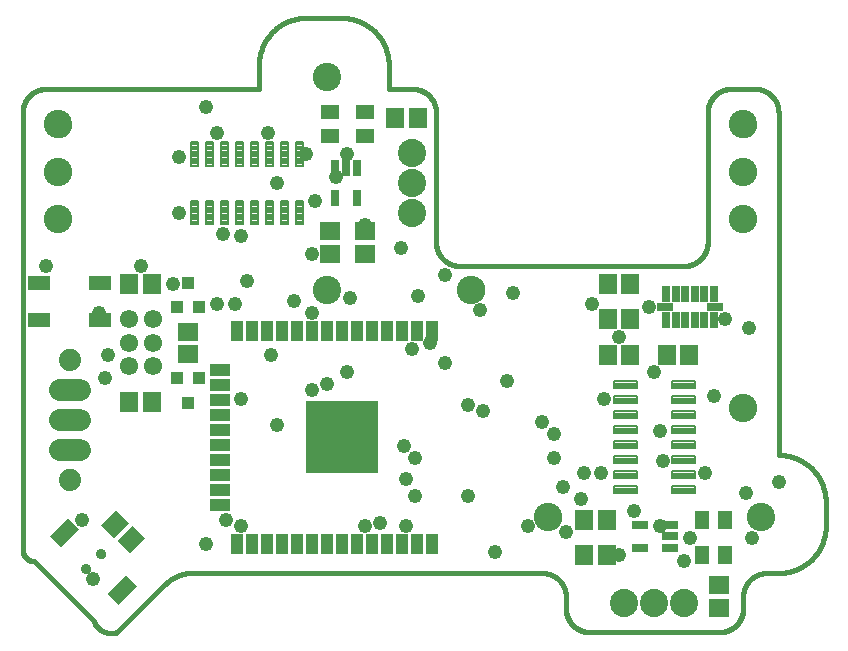
<source format=gts>
G75*
%MOIN*%
%OFA0B0*%
%FSLAX25Y25*%
%IPPOS*%
%LPD*%
%AMOC8*
5,1,8,0,0,1.08239X$1,22.5*
%
%ADD10C,0.01600*%
%ADD11C,0.00000*%
%ADD12C,0.09461*%
%ADD13R,0.04343X0.06706*%
%ADD14R,0.06706X0.04343*%
%ADD15R,0.24422X0.24422*%
%ADD16C,0.09400*%
%ADD17R,0.05918X0.07099*%
%ADD18R,0.07300X0.04737*%
%ADD19R,0.02769X0.05524*%
%ADD20R,0.05524X0.02769*%
%ADD21C,0.07296*%
%ADD22C,0.07400*%
%ADD23C,0.00791*%
%ADD24R,0.05131X0.06312*%
%ADD25R,0.06312X0.05131*%
%ADD26R,0.05524X0.02965*%
%ADD27R,0.07099X0.05918*%
%ADD28R,0.02965X0.05524*%
%ADD29R,0.03950X0.04343*%
%ADD30C,0.06115*%
%ADD31C,0.03556*%
%ADD32R,0.08674X0.05131*%
%ADD33C,0.04762*%
%ADD34C,0.04900*%
D10*
X0055902Y0050272D02*
X0036217Y0069957D01*
X0036093Y0069959D01*
X0035970Y0069965D01*
X0035846Y0069974D01*
X0035724Y0069988D01*
X0035601Y0070005D01*
X0035479Y0070027D01*
X0035358Y0070052D01*
X0035238Y0070081D01*
X0035119Y0070113D01*
X0035000Y0070150D01*
X0034883Y0070190D01*
X0034768Y0070233D01*
X0034653Y0070281D01*
X0034541Y0070332D01*
X0034430Y0070386D01*
X0034320Y0070444D01*
X0034213Y0070505D01*
X0034107Y0070570D01*
X0034004Y0070638D01*
X0033903Y0070709D01*
X0033804Y0070783D01*
X0033707Y0070860D01*
X0033613Y0070941D01*
X0033522Y0071024D01*
X0033433Y0071110D01*
X0033347Y0071199D01*
X0033264Y0071290D01*
X0033183Y0071384D01*
X0033106Y0071481D01*
X0033032Y0071580D01*
X0032961Y0071681D01*
X0032893Y0071784D01*
X0032828Y0071890D01*
X0032767Y0071997D01*
X0032709Y0072107D01*
X0032655Y0072218D01*
X0032604Y0072330D01*
X0032556Y0072445D01*
X0032513Y0072560D01*
X0032473Y0072677D01*
X0032436Y0072796D01*
X0032404Y0072915D01*
X0032375Y0073035D01*
X0032350Y0073156D01*
X0032328Y0073278D01*
X0032311Y0073401D01*
X0032297Y0073523D01*
X0032288Y0073647D01*
X0032282Y0073770D01*
X0032280Y0073894D01*
X0032280Y0219563D01*
X0032282Y0219753D01*
X0032289Y0219943D01*
X0032301Y0220133D01*
X0032317Y0220323D01*
X0032337Y0220512D01*
X0032363Y0220701D01*
X0032392Y0220889D01*
X0032427Y0221076D01*
X0032466Y0221262D01*
X0032509Y0221447D01*
X0032557Y0221632D01*
X0032609Y0221815D01*
X0032665Y0221996D01*
X0032726Y0222176D01*
X0032792Y0222355D01*
X0032861Y0222532D01*
X0032935Y0222708D01*
X0033013Y0222881D01*
X0033096Y0223053D01*
X0033182Y0223222D01*
X0033272Y0223390D01*
X0033367Y0223555D01*
X0033465Y0223718D01*
X0033568Y0223878D01*
X0033674Y0224036D01*
X0033784Y0224191D01*
X0033897Y0224344D01*
X0034015Y0224494D01*
X0034136Y0224640D01*
X0034260Y0224784D01*
X0034388Y0224925D01*
X0034519Y0225063D01*
X0034654Y0225198D01*
X0034792Y0225329D01*
X0034933Y0225457D01*
X0035077Y0225581D01*
X0035223Y0225702D01*
X0035373Y0225820D01*
X0035526Y0225933D01*
X0035681Y0226043D01*
X0035839Y0226149D01*
X0035999Y0226252D01*
X0036162Y0226350D01*
X0036327Y0226445D01*
X0036495Y0226535D01*
X0036664Y0226621D01*
X0036836Y0226704D01*
X0037009Y0226782D01*
X0037185Y0226856D01*
X0037362Y0226925D01*
X0037541Y0226991D01*
X0037721Y0227052D01*
X0037902Y0227108D01*
X0038085Y0227160D01*
X0038270Y0227208D01*
X0038455Y0227251D01*
X0038641Y0227290D01*
X0038828Y0227325D01*
X0039016Y0227354D01*
X0039205Y0227380D01*
X0039394Y0227400D01*
X0039584Y0227416D01*
X0039774Y0227428D01*
X0039964Y0227435D01*
X0040154Y0227437D01*
X0111020Y0227437D01*
X0111020Y0235311D01*
X0111025Y0235692D01*
X0111038Y0236072D01*
X0111061Y0236452D01*
X0111094Y0236831D01*
X0111135Y0237209D01*
X0111185Y0237586D01*
X0111245Y0237962D01*
X0111313Y0238337D01*
X0111391Y0238709D01*
X0111478Y0239080D01*
X0111573Y0239448D01*
X0111678Y0239814D01*
X0111791Y0240177D01*
X0111913Y0240538D01*
X0112043Y0240895D01*
X0112183Y0241249D01*
X0112330Y0241600D01*
X0112487Y0241947D01*
X0112651Y0242290D01*
X0112824Y0242629D01*
X0113005Y0242964D01*
X0113194Y0243295D01*
X0113391Y0243620D01*
X0113595Y0243941D01*
X0113808Y0244257D01*
X0114028Y0244567D01*
X0114255Y0244873D01*
X0114490Y0245172D01*
X0114732Y0245466D01*
X0114980Y0245754D01*
X0115236Y0246036D01*
X0115499Y0246311D01*
X0115768Y0246580D01*
X0116043Y0246843D01*
X0116325Y0247099D01*
X0116613Y0247347D01*
X0116907Y0247589D01*
X0117206Y0247824D01*
X0117512Y0248051D01*
X0117822Y0248271D01*
X0118138Y0248484D01*
X0118459Y0248688D01*
X0118784Y0248885D01*
X0119115Y0249074D01*
X0119450Y0249255D01*
X0119789Y0249428D01*
X0120132Y0249592D01*
X0120479Y0249749D01*
X0120830Y0249896D01*
X0121184Y0250036D01*
X0121541Y0250166D01*
X0121902Y0250288D01*
X0122265Y0250401D01*
X0122631Y0250506D01*
X0122999Y0250601D01*
X0123370Y0250688D01*
X0123742Y0250766D01*
X0124117Y0250834D01*
X0124493Y0250894D01*
X0124870Y0250944D01*
X0125248Y0250985D01*
X0125627Y0251018D01*
X0126007Y0251041D01*
X0126387Y0251054D01*
X0126768Y0251059D01*
X0138579Y0251059D01*
X0138960Y0251054D01*
X0139340Y0251041D01*
X0139720Y0251018D01*
X0140099Y0250985D01*
X0140477Y0250944D01*
X0140854Y0250894D01*
X0141230Y0250834D01*
X0141605Y0250766D01*
X0141977Y0250688D01*
X0142348Y0250601D01*
X0142716Y0250506D01*
X0143082Y0250401D01*
X0143445Y0250288D01*
X0143806Y0250166D01*
X0144163Y0250036D01*
X0144517Y0249896D01*
X0144868Y0249749D01*
X0145215Y0249592D01*
X0145558Y0249428D01*
X0145897Y0249255D01*
X0146232Y0249074D01*
X0146563Y0248885D01*
X0146888Y0248688D01*
X0147209Y0248484D01*
X0147525Y0248271D01*
X0147835Y0248051D01*
X0148141Y0247824D01*
X0148440Y0247589D01*
X0148734Y0247347D01*
X0149022Y0247099D01*
X0149304Y0246843D01*
X0149579Y0246580D01*
X0149848Y0246311D01*
X0150111Y0246036D01*
X0150367Y0245754D01*
X0150615Y0245466D01*
X0150857Y0245172D01*
X0151092Y0244873D01*
X0151319Y0244567D01*
X0151539Y0244257D01*
X0151752Y0243941D01*
X0151956Y0243620D01*
X0152153Y0243295D01*
X0152342Y0242964D01*
X0152523Y0242629D01*
X0152696Y0242290D01*
X0152860Y0241947D01*
X0153017Y0241600D01*
X0153164Y0241249D01*
X0153304Y0240895D01*
X0153434Y0240538D01*
X0153556Y0240177D01*
X0153669Y0239814D01*
X0153774Y0239448D01*
X0153869Y0239080D01*
X0153956Y0238709D01*
X0154034Y0238337D01*
X0154102Y0237962D01*
X0154162Y0237586D01*
X0154212Y0237209D01*
X0154253Y0236831D01*
X0154286Y0236452D01*
X0154309Y0236072D01*
X0154322Y0235692D01*
X0154327Y0235311D01*
X0154327Y0227437D01*
X0162201Y0227437D01*
X0162391Y0227435D01*
X0162581Y0227428D01*
X0162771Y0227416D01*
X0162961Y0227400D01*
X0163150Y0227380D01*
X0163339Y0227354D01*
X0163527Y0227325D01*
X0163714Y0227290D01*
X0163900Y0227251D01*
X0164085Y0227208D01*
X0164270Y0227160D01*
X0164453Y0227108D01*
X0164634Y0227052D01*
X0164814Y0226991D01*
X0164993Y0226925D01*
X0165170Y0226856D01*
X0165346Y0226782D01*
X0165519Y0226704D01*
X0165691Y0226621D01*
X0165860Y0226535D01*
X0166028Y0226445D01*
X0166193Y0226350D01*
X0166356Y0226252D01*
X0166516Y0226149D01*
X0166674Y0226043D01*
X0166829Y0225933D01*
X0166982Y0225820D01*
X0167132Y0225702D01*
X0167278Y0225581D01*
X0167422Y0225457D01*
X0167563Y0225329D01*
X0167701Y0225198D01*
X0167836Y0225063D01*
X0167967Y0224925D01*
X0168095Y0224784D01*
X0168219Y0224640D01*
X0168340Y0224494D01*
X0168458Y0224344D01*
X0168571Y0224191D01*
X0168681Y0224036D01*
X0168787Y0223878D01*
X0168890Y0223718D01*
X0168988Y0223555D01*
X0169083Y0223390D01*
X0169173Y0223222D01*
X0169259Y0223053D01*
X0169342Y0222881D01*
X0169420Y0222708D01*
X0169494Y0222532D01*
X0169563Y0222355D01*
X0169629Y0222176D01*
X0169690Y0221996D01*
X0169746Y0221815D01*
X0169798Y0221632D01*
X0169846Y0221447D01*
X0169889Y0221262D01*
X0169928Y0221076D01*
X0169963Y0220889D01*
X0169992Y0220701D01*
X0170018Y0220512D01*
X0170038Y0220323D01*
X0170054Y0220133D01*
X0170066Y0219943D01*
X0170073Y0219753D01*
X0170075Y0219563D01*
X0170075Y0176256D01*
X0170077Y0176066D01*
X0170084Y0175876D01*
X0170096Y0175686D01*
X0170112Y0175496D01*
X0170132Y0175307D01*
X0170158Y0175118D01*
X0170187Y0174930D01*
X0170222Y0174743D01*
X0170261Y0174557D01*
X0170304Y0174372D01*
X0170352Y0174187D01*
X0170404Y0174004D01*
X0170460Y0173823D01*
X0170521Y0173643D01*
X0170587Y0173464D01*
X0170656Y0173287D01*
X0170730Y0173111D01*
X0170808Y0172938D01*
X0170891Y0172766D01*
X0170977Y0172597D01*
X0171067Y0172429D01*
X0171162Y0172264D01*
X0171260Y0172101D01*
X0171363Y0171941D01*
X0171469Y0171783D01*
X0171579Y0171628D01*
X0171692Y0171475D01*
X0171810Y0171325D01*
X0171931Y0171179D01*
X0172055Y0171035D01*
X0172183Y0170894D01*
X0172314Y0170756D01*
X0172449Y0170621D01*
X0172587Y0170490D01*
X0172728Y0170362D01*
X0172872Y0170238D01*
X0173018Y0170117D01*
X0173168Y0169999D01*
X0173321Y0169886D01*
X0173476Y0169776D01*
X0173634Y0169670D01*
X0173794Y0169567D01*
X0173957Y0169469D01*
X0174122Y0169374D01*
X0174290Y0169284D01*
X0174459Y0169198D01*
X0174631Y0169115D01*
X0174804Y0169037D01*
X0174980Y0168963D01*
X0175157Y0168894D01*
X0175336Y0168828D01*
X0175516Y0168767D01*
X0175697Y0168711D01*
X0175880Y0168659D01*
X0176065Y0168611D01*
X0176250Y0168568D01*
X0176436Y0168529D01*
X0176623Y0168494D01*
X0176811Y0168465D01*
X0177000Y0168439D01*
X0177189Y0168419D01*
X0177379Y0168403D01*
X0177569Y0168391D01*
X0177759Y0168384D01*
X0177949Y0168382D01*
X0252753Y0168382D01*
X0252943Y0168384D01*
X0253133Y0168391D01*
X0253323Y0168403D01*
X0253513Y0168419D01*
X0253702Y0168439D01*
X0253891Y0168465D01*
X0254079Y0168494D01*
X0254266Y0168529D01*
X0254452Y0168568D01*
X0254637Y0168611D01*
X0254822Y0168659D01*
X0255005Y0168711D01*
X0255186Y0168767D01*
X0255366Y0168828D01*
X0255545Y0168894D01*
X0255722Y0168963D01*
X0255898Y0169037D01*
X0256071Y0169115D01*
X0256243Y0169198D01*
X0256412Y0169284D01*
X0256580Y0169374D01*
X0256745Y0169469D01*
X0256908Y0169567D01*
X0257068Y0169670D01*
X0257226Y0169776D01*
X0257381Y0169886D01*
X0257534Y0169999D01*
X0257684Y0170117D01*
X0257830Y0170238D01*
X0257974Y0170362D01*
X0258115Y0170490D01*
X0258253Y0170621D01*
X0258388Y0170756D01*
X0258519Y0170894D01*
X0258647Y0171035D01*
X0258771Y0171179D01*
X0258892Y0171325D01*
X0259010Y0171475D01*
X0259123Y0171628D01*
X0259233Y0171783D01*
X0259339Y0171941D01*
X0259442Y0172101D01*
X0259540Y0172264D01*
X0259635Y0172429D01*
X0259725Y0172597D01*
X0259811Y0172766D01*
X0259894Y0172938D01*
X0259972Y0173111D01*
X0260046Y0173287D01*
X0260115Y0173464D01*
X0260181Y0173643D01*
X0260242Y0173823D01*
X0260298Y0174004D01*
X0260350Y0174187D01*
X0260398Y0174372D01*
X0260441Y0174557D01*
X0260480Y0174743D01*
X0260515Y0174930D01*
X0260544Y0175118D01*
X0260570Y0175307D01*
X0260590Y0175496D01*
X0260606Y0175686D01*
X0260618Y0175876D01*
X0260625Y0176066D01*
X0260627Y0176256D01*
X0260627Y0219563D01*
X0260629Y0219753D01*
X0260636Y0219943D01*
X0260648Y0220133D01*
X0260664Y0220323D01*
X0260684Y0220512D01*
X0260710Y0220701D01*
X0260739Y0220889D01*
X0260774Y0221076D01*
X0260813Y0221262D01*
X0260856Y0221447D01*
X0260904Y0221632D01*
X0260956Y0221815D01*
X0261012Y0221996D01*
X0261073Y0222176D01*
X0261139Y0222355D01*
X0261208Y0222532D01*
X0261282Y0222708D01*
X0261360Y0222881D01*
X0261443Y0223053D01*
X0261529Y0223222D01*
X0261619Y0223390D01*
X0261714Y0223555D01*
X0261812Y0223718D01*
X0261915Y0223878D01*
X0262021Y0224036D01*
X0262131Y0224191D01*
X0262244Y0224344D01*
X0262362Y0224494D01*
X0262483Y0224640D01*
X0262607Y0224784D01*
X0262735Y0224925D01*
X0262866Y0225063D01*
X0263001Y0225198D01*
X0263139Y0225329D01*
X0263280Y0225457D01*
X0263424Y0225581D01*
X0263570Y0225702D01*
X0263720Y0225820D01*
X0263873Y0225933D01*
X0264028Y0226043D01*
X0264186Y0226149D01*
X0264346Y0226252D01*
X0264509Y0226350D01*
X0264674Y0226445D01*
X0264842Y0226535D01*
X0265011Y0226621D01*
X0265183Y0226704D01*
X0265356Y0226782D01*
X0265532Y0226856D01*
X0265709Y0226925D01*
X0265888Y0226991D01*
X0266068Y0227052D01*
X0266249Y0227108D01*
X0266432Y0227160D01*
X0266617Y0227208D01*
X0266802Y0227251D01*
X0266988Y0227290D01*
X0267175Y0227325D01*
X0267363Y0227354D01*
X0267552Y0227380D01*
X0267741Y0227400D01*
X0267931Y0227416D01*
X0268121Y0227428D01*
X0268311Y0227435D01*
X0268501Y0227437D01*
X0276375Y0227437D01*
X0276565Y0227435D01*
X0276755Y0227428D01*
X0276945Y0227416D01*
X0277135Y0227400D01*
X0277324Y0227380D01*
X0277513Y0227354D01*
X0277701Y0227325D01*
X0277888Y0227290D01*
X0278074Y0227251D01*
X0278259Y0227208D01*
X0278444Y0227160D01*
X0278627Y0227108D01*
X0278808Y0227052D01*
X0278988Y0226991D01*
X0279167Y0226925D01*
X0279344Y0226856D01*
X0279520Y0226782D01*
X0279693Y0226704D01*
X0279865Y0226621D01*
X0280034Y0226535D01*
X0280202Y0226445D01*
X0280367Y0226350D01*
X0280530Y0226252D01*
X0280690Y0226149D01*
X0280848Y0226043D01*
X0281003Y0225933D01*
X0281156Y0225820D01*
X0281306Y0225702D01*
X0281452Y0225581D01*
X0281596Y0225457D01*
X0281737Y0225329D01*
X0281875Y0225198D01*
X0282010Y0225063D01*
X0282141Y0224925D01*
X0282269Y0224784D01*
X0282393Y0224640D01*
X0282514Y0224494D01*
X0282632Y0224344D01*
X0282745Y0224191D01*
X0282855Y0224036D01*
X0282961Y0223878D01*
X0283064Y0223718D01*
X0283162Y0223555D01*
X0283257Y0223390D01*
X0283347Y0223222D01*
X0283433Y0223053D01*
X0283516Y0222881D01*
X0283594Y0222708D01*
X0283668Y0222532D01*
X0283737Y0222355D01*
X0283803Y0222176D01*
X0283864Y0221996D01*
X0283920Y0221815D01*
X0283972Y0221632D01*
X0284020Y0221447D01*
X0284063Y0221262D01*
X0284102Y0221076D01*
X0284137Y0220889D01*
X0284166Y0220701D01*
X0284192Y0220512D01*
X0284212Y0220323D01*
X0284228Y0220133D01*
X0284240Y0219943D01*
X0284247Y0219753D01*
X0284249Y0219563D01*
X0284249Y0105390D01*
X0284630Y0105385D01*
X0285010Y0105372D01*
X0285390Y0105349D01*
X0285769Y0105316D01*
X0286147Y0105275D01*
X0286524Y0105225D01*
X0286900Y0105165D01*
X0287275Y0105097D01*
X0287647Y0105019D01*
X0288018Y0104932D01*
X0288386Y0104837D01*
X0288752Y0104732D01*
X0289115Y0104619D01*
X0289476Y0104497D01*
X0289833Y0104367D01*
X0290187Y0104227D01*
X0290538Y0104080D01*
X0290885Y0103923D01*
X0291228Y0103759D01*
X0291567Y0103586D01*
X0291902Y0103405D01*
X0292233Y0103216D01*
X0292558Y0103019D01*
X0292879Y0102815D01*
X0293195Y0102602D01*
X0293505Y0102382D01*
X0293811Y0102155D01*
X0294110Y0101920D01*
X0294404Y0101678D01*
X0294692Y0101430D01*
X0294974Y0101174D01*
X0295249Y0100911D01*
X0295518Y0100642D01*
X0295781Y0100367D01*
X0296037Y0100085D01*
X0296285Y0099797D01*
X0296527Y0099503D01*
X0296762Y0099204D01*
X0296989Y0098898D01*
X0297209Y0098588D01*
X0297422Y0098272D01*
X0297626Y0097951D01*
X0297823Y0097626D01*
X0298012Y0097295D01*
X0298193Y0096960D01*
X0298366Y0096621D01*
X0298530Y0096278D01*
X0298687Y0095931D01*
X0298834Y0095580D01*
X0298974Y0095226D01*
X0299104Y0094869D01*
X0299226Y0094508D01*
X0299339Y0094145D01*
X0299444Y0093779D01*
X0299539Y0093411D01*
X0299626Y0093040D01*
X0299704Y0092668D01*
X0299772Y0092293D01*
X0299832Y0091917D01*
X0299882Y0091540D01*
X0299923Y0091162D01*
X0299956Y0090783D01*
X0299979Y0090403D01*
X0299992Y0090023D01*
X0299997Y0089642D01*
X0299997Y0081768D01*
X0299992Y0081387D01*
X0299979Y0081007D01*
X0299956Y0080627D01*
X0299923Y0080248D01*
X0299882Y0079870D01*
X0299832Y0079493D01*
X0299772Y0079117D01*
X0299704Y0078742D01*
X0299626Y0078370D01*
X0299539Y0077999D01*
X0299444Y0077631D01*
X0299339Y0077265D01*
X0299226Y0076902D01*
X0299104Y0076541D01*
X0298974Y0076184D01*
X0298834Y0075830D01*
X0298687Y0075479D01*
X0298530Y0075132D01*
X0298366Y0074789D01*
X0298193Y0074450D01*
X0298012Y0074115D01*
X0297823Y0073784D01*
X0297626Y0073459D01*
X0297422Y0073138D01*
X0297209Y0072822D01*
X0296989Y0072512D01*
X0296762Y0072206D01*
X0296527Y0071907D01*
X0296285Y0071613D01*
X0296037Y0071325D01*
X0295781Y0071043D01*
X0295518Y0070768D01*
X0295249Y0070499D01*
X0294974Y0070236D01*
X0294692Y0069980D01*
X0294404Y0069732D01*
X0294110Y0069490D01*
X0293811Y0069255D01*
X0293505Y0069028D01*
X0293195Y0068808D01*
X0292879Y0068595D01*
X0292558Y0068391D01*
X0292233Y0068194D01*
X0291902Y0068005D01*
X0291567Y0067824D01*
X0291228Y0067651D01*
X0290885Y0067487D01*
X0290538Y0067330D01*
X0290187Y0067183D01*
X0289833Y0067043D01*
X0289476Y0066913D01*
X0289115Y0066791D01*
X0288752Y0066678D01*
X0288386Y0066573D01*
X0288018Y0066478D01*
X0287647Y0066391D01*
X0287275Y0066313D01*
X0286900Y0066245D01*
X0286524Y0066185D01*
X0286147Y0066135D01*
X0285769Y0066094D01*
X0285390Y0066061D01*
X0285010Y0066038D01*
X0284630Y0066025D01*
X0284249Y0066020D01*
X0280312Y0066020D01*
X0280122Y0066018D01*
X0279932Y0066011D01*
X0279742Y0065999D01*
X0279552Y0065983D01*
X0279363Y0065963D01*
X0279174Y0065937D01*
X0278986Y0065908D01*
X0278799Y0065873D01*
X0278613Y0065834D01*
X0278428Y0065791D01*
X0278243Y0065743D01*
X0278060Y0065691D01*
X0277879Y0065635D01*
X0277699Y0065574D01*
X0277520Y0065508D01*
X0277343Y0065439D01*
X0277167Y0065365D01*
X0276994Y0065287D01*
X0276822Y0065204D01*
X0276653Y0065118D01*
X0276485Y0065028D01*
X0276320Y0064933D01*
X0276157Y0064835D01*
X0275997Y0064732D01*
X0275839Y0064626D01*
X0275684Y0064516D01*
X0275531Y0064403D01*
X0275381Y0064285D01*
X0275235Y0064164D01*
X0275091Y0064040D01*
X0274950Y0063912D01*
X0274812Y0063781D01*
X0274677Y0063646D01*
X0274546Y0063508D01*
X0274418Y0063367D01*
X0274294Y0063223D01*
X0274173Y0063077D01*
X0274055Y0062927D01*
X0273942Y0062774D01*
X0273832Y0062619D01*
X0273726Y0062461D01*
X0273623Y0062301D01*
X0273525Y0062138D01*
X0273430Y0061973D01*
X0273340Y0061805D01*
X0273254Y0061636D01*
X0273171Y0061464D01*
X0273093Y0061291D01*
X0273019Y0061115D01*
X0272950Y0060938D01*
X0272884Y0060759D01*
X0272823Y0060579D01*
X0272767Y0060398D01*
X0272715Y0060215D01*
X0272667Y0060030D01*
X0272624Y0059845D01*
X0272585Y0059659D01*
X0272550Y0059472D01*
X0272521Y0059284D01*
X0272495Y0059095D01*
X0272475Y0058906D01*
X0272459Y0058716D01*
X0272447Y0058526D01*
X0272440Y0058336D01*
X0272438Y0058146D01*
X0272438Y0054209D01*
X0272436Y0054019D01*
X0272429Y0053829D01*
X0272417Y0053639D01*
X0272401Y0053449D01*
X0272381Y0053260D01*
X0272355Y0053071D01*
X0272326Y0052883D01*
X0272291Y0052696D01*
X0272252Y0052510D01*
X0272209Y0052325D01*
X0272161Y0052140D01*
X0272109Y0051957D01*
X0272053Y0051776D01*
X0271992Y0051596D01*
X0271926Y0051417D01*
X0271857Y0051240D01*
X0271783Y0051064D01*
X0271705Y0050891D01*
X0271622Y0050719D01*
X0271536Y0050550D01*
X0271446Y0050382D01*
X0271351Y0050217D01*
X0271253Y0050054D01*
X0271150Y0049894D01*
X0271044Y0049736D01*
X0270934Y0049581D01*
X0270821Y0049428D01*
X0270703Y0049278D01*
X0270582Y0049132D01*
X0270458Y0048988D01*
X0270330Y0048847D01*
X0270199Y0048709D01*
X0270064Y0048574D01*
X0269926Y0048443D01*
X0269785Y0048315D01*
X0269641Y0048191D01*
X0269495Y0048070D01*
X0269345Y0047952D01*
X0269192Y0047839D01*
X0269037Y0047729D01*
X0268879Y0047623D01*
X0268719Y0047520D01*
X0268556Y0047422D01*
X0268391Y0047327D01*
X0268223Y0047237D01*
X0268054Y0047151D01*
X0267882Y0047068D01*
X0267709Y0046990D01*
X0267533Y0046916D01*
X0267356Y0046847D01*
X0267177Y0046781D01*
X0266997Y0046720D01*
X0266816Y0046664D01*
X0266633Y0046612D01*
X0266448Y0046564D01*
X0266263Y0046521D01*
X0266077Y0046482D01*
X0265890Y0046447D01*
X0265702Y0046418D01*
X0265513Y0046392D01*
X0265324Y0046372D01*
X0265134Y0046356D01*
X0264944Y0046344D01*
X0264754Y0046337D01*
X0264564Y0046335D01*
X0221257Y0046335D01*
X0221067Y0046337D01*
X0220877Y0046344D01*
X0220687Y0046356D01*
X0220497Y0046372D01*
X0220308Y0046392D01*
X0220119Y0046418D01*
X0219931Y0046447D01*
X0219744Y0046482D01*
X0219558Y0046521D01*
X0219373Y0046564D01*
X0219188Y0046612D01*
X0219005Y0046664D01*
X0218824Y0046720D01*
X0218644Y0046781D01*
X0218465Y0046847D01*
X0218288Y0046916D01*
X0218112Y0046990D01*
X0217939Y0047068D01*
X0217767Y0047151D01*
X0217598Y0047237D01*
X0217430Y0047327D01*
X0217265Y0047422D01*
X0217102Y0047520D01*
X0216942Y0047623D01*
X0216784Y0047729D01*
X0216629Y0047839D01*
X0216476Y0047952D01*
X0216326Y0048070D01*
X0216180Y0048191D01*
X0216036Y0048315D01*
X0215895Y0048443D01*
X0215757Y0048574D01*
X0215622Y0048709D01*
X0215491Y0048847D01*
X0215363Y0048988D01*
X0215239Y0049132D01*
X0215118Y0049278D01*
X0215000Y0049428D01*
X0214887Y0049581D01*
X0214777Y0049736D01*
X0214671Y0049894D01*
X0214568Y0050054D01*
X0214470Y0050217D01*
X0214375Y0050382D01*
X0214285Y0050550D01*
X0214199Y0050719D01*
X0214116Y0050891D01*
X0214038Y0051064D01*
X0213964Y0051240D01*
X0213895Y0051417D01*
X0213829Y0051596D01*
X0213768Y0051776D01*
X0213712Y0051957D01*
X0213660Y0052140D01*
X0213612Y0052325D01*
X0213569Y0052510D01*
X0213530Y0052696D01*
X0213495Y0052883D01*
X0213466Y0053071D01*
X0213440Y0053260D01*
X0213420Y0053449D01*
X0213404Y0053639D01*
X0213392Y0053829D01*
X0213385Y0054019D01*
X0213383Y0054209D01*
X0213383Y0058146D01*
X0213381Y0058336D01*
X0213374Y0058526D01*
X0213362Y0058716D01*
X0213346Y0058906D01*
X0213326Y0059095D01*
X0213300Y0059284D01*
X0213271Y0059472D01*
X0213236Y0059659D01*
X0213197Y0059845D01*
X0213154Y0060030D01*
X0213106Y0060215D01*
X0213054Y0060398D01*
X0212998Y0060579D01*
X0212937Y0060759D01*
X0212871Y0060938D01*
X0212802Y0061115D01*
X0212728Y0061291D01*
X0212650Y0061464D01*
X0212567Y0061636D01*
X0212481Y0061805D01*
X0212391Y0061973D01*
X0212296Y0062138D01*
X0212198Y0062301D01*
X0212095Y0062461D01*
X0211989Y0062619D01*
X0211879Y0062774D01*
X0211766Y0062927D01*
X0211648Y0063077D01*
X0211527Y0063223D01*
X0211403Y0063367D01*
X0211275Y0063508D01*
X0211144Y0063646D01*
X0211009Y0063781D01*
X0210871Y0063912D01*
X0210730Y0064040D01*
X0210586Y0064164D01*
X0210440Y0064285D01*
X0210290Y0064403D01*
X0210137Y0064516D01*
X0209982Y0064626D01*
X0209824Y0064732D01*
X0209664Y0064835D01*
X0209501Y0064933D01*
X0209336Y0065028D01*
X0209168Y0065118D01*
X0208999Y0065204D01*
X0208827Y0065287D01*
X0208654Y0065365D01*
X0208478Y0065439D01*
X0208301Y0065508D01*
X0208122Y0065574D01*
X0207942Y0065635D01*
X0207761Y0065691D01*
X0207578Y0065743D01*
X0207393Y0065791D01*
X0207208Y0065834D01*
X0207022Y0065873D01*
X0206835Y0065908D01*
X0206647Y0065937D01*
X0206458Y0065963D01*
X0206269Y0065983D01*
X0206079Y0065999D01*
X0205889Y0066011D01*
X0205699Y0066018D01*
X0205509Y0066020D01*
X0087398Y0066020D01*
X0079524Y0062083D02*
X0063776Y0046335D01*
X0063777Y0046334D02*
X0063629Y0046287D01*
X0063480Y0046244D01*
X0063330Y0046204D01*
X0063179Y0046168D01*
X0063027Y0046136D01*
X0062874Y0046107D01*
X0062721Y0046082D01*
X0062567Y0046061D01*
X0062413Y0046044D01*
X0062258Y0046031D01*
X0062103Y0046022D01*
X0061948Y0046017D01*
X0061793Y0046015D01*
X0061638Y0046017D01*
X0061483Y0046023D01*
X0061328Y0046034D01*
X0061173Y0046047D01*
X0061019Y0046065D01*
X0060866Y0046087D01*
X0060712Y0046112D01*
X0060560Y0046141D01*
X0060408Y0046174D01*
X0060258Y0046211D01*
X0060108Y0046252D01*
X0059959Y0046296D01*
X0059811Y0046344D01*
X0059665Y0046396D01*
X0059520Y0046451D01*
X0059376Y0046510D01*
X0059234Y0046572D01*
X0059094Y0046638D01*
X0058955Y0046707D01*
X0058818Y0046780D01*
X0058683Y0046856D01*
X0058549Y0046936D01*
X0058418Y0047019D01*
X0058289Y0047105D01*
X0058162Y0047194D01*
X0058038Y0047287D01*
X0057915Y0047382D01*
X0057795Y0047481D01*
X0057678Y0047582D01*
X0057563Y0047687D01*
X0057451Y0047794D01*
X0057341Y0047904D01*
X0057235Y0048017D01*
X0057131Y0048132D01*
X0057030Y0048250D01*
X0056932Y0048370D01*
X0056837Y0048493D01*
X0056745Y0048618D01*
X0056656Y0048746D01*
X0056571Y0048875D01*
X0056489Y0049007D01*
X0056410Y0049140D01*
X0056334Y0049276D01*
X0056262Y0049413D01*
X0056193Y0049552D01*
X0056128Y0049693D01*
X0056066Y0049836D01*
X0056008Y0049980D01*
X0055953Y0050125D01*
X0055902Y0050271D01*
X0079525Y0062082D02*
X0079762Y0062314D01*
X0080005Y0062540D01*
X0080253Y0062760D01*
X0080506Y0062974D01*
X0080765Y0063183D01*
X0081028Y0063384D01*
X0081296Y0063580D01*
X0081568Y0063769D01*
X0081845Y0063952D01*
X0082127Y0064128D01*
X0082412Y0064297D01*
X0082701Y0064459D01*
X0082994Y0064614D01*
X0083291Y0064763D01*
X0083591Y0064904D01*
X0083895Y0065038D01*
X0084201Y0065165D01*
X0084511Y0065284D01*
X0084823Y0065396D01*
X0085138Y0065501D01*
X0085455Y0065598D01*
X0085774Y0065687D01*
X0086096Y0065769D01*
X0086419Y0065843D01*
X0086744Y0065910D01*
X0087071Y0065968D01*
X0087399Y0066019D01*
D11*
X0057030Y0072462D02*
X0057032Y0072536D01*
X0057038Y0072610D01*
X0057048Y0072683D01*
X0057062Y0072756D01*
X0057079Y0072828D01*
X0057101Y0072898D01*
X0057126Y0072968D01*
X0057155Y0073036D01*
X0057188Y0073102D01*
X0057224Y0073167D01*
X0057264Y0073229D01*
X0057306Y0073290D01*
X0057352Y0073348D01*
X0057401Y0073403D01*
X0057453Y0073456D01*
X0057508Y0073506D01*
X0057565Y0073552D01*
X0057625Y0073596D01*
X0057687Y0073636D01*
X0057751Y0073673D01*
X0057817Y0073707D01*
X0057885Y0073737D01*
X0057954Y0073763D01*
X0058025Y0073786D01*
X0058096Y0073804D01*
X0058169Y0073819D01*
X0058242Y0073830D01*
X0058316Y0073837D01*
X0058390Y0073840D01*
X0058463Y0073839D01*
X0058537Y0073834D01*
X0058611Y0073825D01*
X0058684Y0073812D01*
X0058756Y0073795D01*
X0058827Y0073775D01*
X0058897Y0073750D01*
X0058965Y0073722D01*
X0059032Y0073691D01*
X0059097Y0073655D01*
X0059160Y0073617D01*
X0059221Y0073575D01*
X0059280Y0073529D01*
X0059336Y0073481D01*
X0059389Y0073430D01*
X0059439Y0073376D01*
X0059487Y0073319D01*
X0059531Y0073260D01*
X0059573Y0073198D01*
X0059611Y0073135D01*
X0059645Y0073069D01*
X0059676Y0073002D01*
X0059703Y0072933D01*
X0059726Y0072863D01*
X0059746Y0072792D01*
X0059762Y0072719D01*
X0059774Y0072646D01*
X0059782Y0072573D01*
X0059786Y0072499D01*
X0059786Y0072425D01*
X0059782Y0072351D01*
X0059774Y0072278D01*
X0059762Y0072205D01*
X0059746Y0072132D01*
X0059726Y0072061D01*
X0059703Y0071991D01*
X0059676Y0071922D01*
X0059645Y0071855D01*
X0059611Y0071789D01*
X0059573Y0071726D01*
X0059531Y0071664D01*
X0059487Y0071605D01*
X0059439Y0071548D01*
X0059389Y0071494D01*
X0059336Y0071443D01*
X0059280Y0071395D01*
X0059221Y0071349D01*
X0059160Y0071307D01*
X0059097Y0071269D01*
X0059032Y0071233D01*
X0058965Y0071202D01*
X0058897Y0071174D01*
X0058827Y0071149D01*
X0058756Y0071129D01*
X0058684Y0071112D01*
X0058611Y0071099D01*
X0058537Y0071090D01*
X0058463Y0071085D01*
X0058390Y0071084D01*
X0058316Y0071087D01*
X0058242Y0071094D01*
X0058169Y0071105D01*
X0058096Y0071120D01*
X0058025Y0071138D01*
X0057954Y0071161D01*
X0057885Y0071187D01*
X0057817Y0071217D01*
X0057751Y0071251D01*
X0057687Y0071288D01*
X0057625Y0071328D01*
X0057565Y0071372D01*
X0057508Y0071418D01*
X0057453Y0071468D01*
X0057401Y0071521D01*
X0057352Y0071576D01*
X0057306Y0071634D01*
X0057264Y0071695D01*
X0057224Y0071757D01*
X0057188Y0071822D01*
X0057155Y0071888D01*
X0057126Y0071956D01*
X0057101Y0072026D01*
X0057079Y0072096D01*
X0057062Y0072168D01*
X0057048Y0072241D01*
X0057038Y0072314D01*
X0057032Y0072388D01*
X0057030Y0072462D01*
X0052019Y0067451D02*
X0052021Y0067525D01*
X0052027Y0067599D01*
X0052037Y0067672D01*
X0052051Y0067745D01*
X0052068Y0067817D01*
X0052090Y0067887D01*
X0052115Y0067957D01*
X0052144Y0068025D01*
X0052177Y0068091D01*
X0052213Y0068156D01*
X0052253Y0068218D01*
X0052295Y0068279D01*
X0052341Y0068337D01*
X0052390Y0068392D01*
X0052442Y0068445D01*
X0052497Y0068495D01*
X0052554Y0068541D01*
X0052614Y0068585D01*
X0052676Y0068625D01*
X0052740Y0068662D01*
X0052806Y0068696D01*
X0052874Y0068726D01*
X0052943Y0068752D01*
X0053014Y0068775D01*
X0053085Y0068793D01*
X0053158Y0068808D01*
X0053231Y0068819D01*
X0053305Y0068826D01*
X0053379Y0068829D01*
X0053452Y0068828D01*
X0053526Y0068823D01*
X0053600Y0068814D01*
X0053673Y0068801D01*
X0053745Y0068784D01*
X0053816Y0068764D01*
X0053886Y0068739D01*
X0053954Y0068711D01*
X0054021Y0068680D01*
X0054086Y0068644D01*
X0054149Y0068606D01*
X0054210Y0068564D01*
X0054269Y0068518D01*
X0054325Y0068470D01*
X0054378Y0068419D01*
X0054428Y0068365D01*
X0054476Y0068308D01*
X0054520Y0068249D01*
X0054562Y0068187D01*
X0054600Y0068124D01*
X0054634Y0068058D01*
X0054665Y0067991D01*
X0054692Y0067922D01*
X0054715Y0067852D01*
X0054735Y0067781D01*
X0054751Y0067708D01*
X0054763Y0067635D01*
X0054771Y0067562D01*
X0054775Y0067488D01*
X0054775Y0067414D01*
X0054771Y0067340D01*
X0054763Y0067267D01*
X0054751Y0067194D01*
X0054735Y0067121D01*
X0054715Y0067050D01*
X0054692Y0066980D01*
X0054665Y0066911D01*
X0054634Y0066844D01*
X0054600Y0066778D01*
X0054562Y0066715D01*
X0054520Y0066653D01*
X0054476Y0066594D01*
X0054428Y0066537D01*
X0054378Y0066483D01*
X0054325Y0066432D01*
X0054269Y0066384D01*
X0054210Y0066338D01*
X0054149Y0066296D01*
X0054086Y0066258D01*
X0054021Y0066222D01*
X0053954Y0066191D01*
X0053886Y0066163D01*
X0053816Y0066138D01*
X0053745Y0066118D01*
X0053673Y0066101D01*
X0053600Y0066088D01*
X0053526Y0066079D01*
X0053452Y0066074D01*
X0053379Y0066073D01*
X0053305Y0066076D01*
X0053231Y0066083D01*
X0053158Y0066094D01*
X0053085Y0066109D01*
X0053014Y0066127D01*
X0052943Y0066150D01*
X0052874Y0066176D01*
X0052806Y0066206D01*
X0052740Y0066240D01*
X0052676Y0066277D01*
X0052614Y0066317D01*
X0052554Y0066361D01*
X0052497Y0066407D01*
X0052442Y0066457D01*
X0052390Y0066510D01*
X0052341Y0066565D01*
X0052295Y0066623D01*
X0052253Y0066684D01*
X0052213Y0066746D01*
X0052177Y0066811D01*
X0052144Y0066877D01*
X0052115Y0066945D01*
X0052090Y0067015D01*
X0052068Y0067085D01*
X0052051Y0067157D01*
X0052037Y0067230D01*
X0052027Y0067303D01*
X0052021Y0067377D01*
X0052019Y0067451D01*
X0129327Y0160508D02*
X0129329Y0160639D01*
X0129335Y0160771D01*
X0129345Y0160902D01*
X0129359Y0161033D01*
X0129377Y0161163D01*
X0129399Y0161292D01*
X0129424Y0161421D01*
X0129454Y0161549D01*
X0129488Y0161676D01*
X0129525Y0161803D01*
X0129566Y0161927D01*
X0129611Y0162051D01*
X0129660Y0162173D01*
X0129712Y0162294D01*
X0129768Y0162412D01*
X0129828Y0162530D01*
X0129891Y0162645D01*
X0129958Y0162758D01*
X0130028Y0162870D01*
X0130101Y0162979D01*
X0130177Y0163085D01*
X0130257Y0163190D01*
X0130340Y0163292D01*
X0130426Y0163391D01*
X0130515Y0163488D01*
X0130607Y0163582D01*
X0130702Y0163673D01*
X0130799Y0163762D01*
X0130899Y0163847D01*
X0131002Y0163929D01*
X0131107Y0164008D01*
X0131214Y0164084D01*
X0131324Y0164156D01*
X0131436Y0164225D01*
X0131550Y0164291D01*
X0131665Y0164353D01*
X0131783Y0164412D01*
X0131902Y0164467D01*
X0132023Y0164519D01*
X0132146Y0164566D01*
X0132270Y0164610D01*
X0132395Y0164651D01*
X0132521Y0164687D01*
X0132649Y0164720D01*
X0132777Y0164748D01*
X0132906Y0164773D01*
X0133036Y0164794D01*
X0133166Y0164811D01*
X0133297Y0164824D01*
X0133428Y0164833D01*
X0133559Y0164838D01*
X0133691Y0164839D01*
X0133822Y0164836D01*
X0133954Y0164829D01*
X0134085Y0164818D01*
X0134215Y0164803D01*
X0134345Y0164784D01*
X0134475Y0164761D01*
X0134603Y0164735D01*
X0134731Y0164704D01*
X0134858Y0164669D01*
X0134984Y0164631D01*
X0135108Y0164589D01*
X0135232Y0164543D01*
X0135353Y0164493D01*
X0135473Y0164440D01*
X0135592Y0164383D01*
X0135709Y0164323D01*
X0135823Y0164259D01*
X0135936Y0164191D01*
X0136047Y0164120D01*
X0136156Y0164046D01*
X0136262Y0163969D01*
X0136366Y0163888D01*
X0136467Y0163805D01*
X0136566Y0163718D01*
X0136662Y0163628D01*
X0136755Y0163535D01*
X0136846Y0163440D01*
X0136933Y0163342D01*
X0137018Y0163241D01*
X0137099Y0163138D01*
X0137177Y0163032D01*
X0137252Y0162924D01*
X0137324Y0162814D01*
X0137392Y0162702D01*
X0137457Y0162588D01*
X0137518Y0162471D01*
X0137576Y0162353D01*
X0137630Y0162233D01*
X0137681Y0162112D01*
X0137728Y0161989D01*
X0137771Y0161865D01*
X0137810Y0161740D01*
X0137846Y0161613D01*
X0137877Y0161485D01*
X0137905Y0161357D01*
X0137929Y0161228D01*
X0137949Y0161098D01*
X0137965Y0160967D01*
X0137977Y0160836D01*
X0137985Y0160705D01*
X0137989Y0160574D01*
X0137989Y0160442D01*
X0137985Y0160311D01*
X0137977Y0160180D01*
X0137965Y0160049D01*
X0137949Y0159918D01*
X0137929Y0159788D01*
X0137905Y0159659D01*
X0137877Y0159531D01*
X0137846Y0159403D01*
X0137810Y0159276D01*
X0137771Y0159151D01*
X0137728Y0159027D01*
X0137681Y0158904D01*
X0137630Y0158783D01*
X0137576Y0158663D01*
X0137518Y0158545D01*
X0137457Y0158428D01*
X0137392Y0158314D01*
X0137324Y0158202D01*
X0137252Y0158092D01*
X0137177Y0157984D01*
X0137099Y0157878D01*
X0137018Y0157775D01*
X0136933Y0157674D01*
X0136846Y0157576D01*
X0136755Y0157481D01*
X0136662Y0157388D01*
X0136566Y0157298D01*
X0136467Y0157211D01*
X0136366Y0157128D01*
X0136262Y0157047D01*
X0136156Y0156970D01*
X0136047Y0156896D01*
X0135936Y0156825D01*
X0135824Y0156757D01*
X0135709Y0156693D01*
X0135592Y0156633D01*
X0135473Y0156576D01*
X0135353Y0156523D01*
X0135232Y0156473D01*
X0135108Y0156427D01*
X0134984Y0156385D01*
X0134858Y0156347D01*
X0134731Y0156312D01*
X0134603Y0156281D01*
X0134475Y0156255D01*
X0134345Y0156232D01*
X0134215Y0156213D01*
X0134085Y0156198D01*
X0133954Y0156187D01*
X0133822Y0156180D01*
X0133691Y0156177D01*
X0133559Y0156178D01*
X0133428Y0156183D01*
X0133297Y0156192D01*
X0133166Y0156205D01*
X0133036Y0156222D01*
X0132906Y0156243D01*
X0132777Y0156268D01*
X0132649Y0156296D01*
X0132521Y0156329D01*
X0132395Y0156365D01*
X0132270Y0156406D01*
X0132146Y0156450D01*
X0132023Y0156497D01*
X0131902Y0156549D01*
X0131783Y0156604D01*
X0131665Y0156663D01*
X0131550Y0156725D01*
X0131436Y0156791D01*
X0131324Y0156860D01*
X0131214Y0156932D01*
X0131107Y0157008D01*
X0131002Y0157087D01*
X0130899Y0157169D01*
X0130799Y0157254D01*
X0130702Y0157343D01*
X0130607Y0157434D01*
X0130515Y0157528D01*
X0130426Y0157625D01*
X0130340Y0157724D01*
X0130257Y0157826D01*
X0130177Y0157931D01*
X0130101Y0158037D01*
X0130028Y0158146D01*
X0129958Y0158258D01*
X0129891Y0158371D01*
X0129828Y0158486D01*
X0129768Y0158604D01*
X0129712Y0158722D01*
X0129660Y0158843D01*
X0129611Y0158965D01*
X0129566Y0159089D01*
X0129525Y0159213D01*
X0129488Y0159340D01*
X0129454Y0159467D01*
X0129424Y0159595D01*
X0129399Y0159724D01*
X0129377Y0159853D01*
X0129359Y0159983D01*
X0129345Y0160114D01*
X0129335Y0160245D01*
X0129329Y0160377D01*
X0129327Y0160508D01*
X0177555Y0160508D02*
X0177557Y0160639D01*
X0177563Y0160771D01*
X0177573Y0160902D01*
X0177587Y0161033D01*
X0177605Y0161163D01*
X0177627Y0161292D01*
X0177652Y0161421D01*
X0177682Y0161549D01*
X0177716Y0161676D01*
X0177753Y0161803D01*
X0177794Y0161927D01*
X0177839Y0162051D01*
X0177888Y0162173D01*
X0177940Y0162294D01*
X0177996Y0162412D01*
X0178056Y0162530D01*
X0178119Y0162645D01*
X0178186Y0162758D01*
X0178256Y0162870D01*
X0178329Y0162979D01*
X0178405Y0163085D01*
X0178485Y0163190D01*
X0178568Y0163292D01*
X0178654Y0163391D01*
X0178743Y0163488D01*
X0178835Y0163582D01*
X0178930Y0163673D01*
X0179027Y0163762D01*
X0179127Y0163847D01*
X0179230Y0163929D01*
X0179335Y0164008D01*
X0179442Y0164084D01*
X0179552Y0164156D01*
X0179664Y0164225D01*
X0179778Y0164291D01*
X0179893Y0164353D01*
X0180011Y0164412D01*
X0180130Y0164467D01*
X0180251Y0164519D01*
X0180374Y0164566D01*
X0180498Y0164610D01*
X0180623Y0164651D01*
X0180749Y0164687D01*
X0180877Y0164720D01*
X0181005Y0164748D01*
X0181134Y0164773D01*
X0181264Y0164794D01*
X0181394Y0164811D01*
X0181525Y0164824D01*
X0181656Y0164833D01*
X0181787Y0164838D01*
X0181919Y0164839D01*
X0182050Y0164836D01*
X0182182Y0164829D01*
X0182313Y0164818D01*
X0182443Y0164803D01*
X0182573Y0164784D01*
X0182703Y0164761D01*
X0182831Y0164735D01*
X0182959Y0164704D01*
X0183086Y0164669D01*
X0183212Y0164631D01*
X0183336Y0164589D01*
X0183460Y0164543D01*
X0183581Y0164493D01*
X0183701Y0164440D01*
X0183820Y0164383D01*
X0183937Y0164323D01*
X0184051Y0164259D01*
X0184164Y0164191D01*
X0184275Y0164120D01*
X0184384Y0164046D01*
X0184490Y0163969D01*
X0184594Y0163888D01*
X0184695Y0163805D01*
X0184794Y0163718D01*
X0184890Y0163628D01*
X0184983Y0163535D01*
X0185074Y0163440D01*
X0185161Y0163342D01*
X0185246Y0163241D01*
X0185327Y0163138D01*
X0185405Y0163032D01*
X0185480Y0162924D01*
X0185552Y0162814D01*
X0185620Y0162702D01*
X0185685Y0162588D01*
X0185746Y0162471D01*
X0185804Y0162353D01*
X0185858Y0162233D01*
X0185909Y0162112D01*
X0185956Y0161989D01*
X0185999Y0161865D01*
X0186038Y0161740D01*
X0186074Y0161613D01*
X0186105Y0161485D01*
X0186133Y0161357D01*
X0186157Y0161228D01*
X0186177Y0161098D01*
X0186193Y0160967D01*
X0186205Y0160836D01*
X0186213Y0160705D01*
X0186217Y0160574D01*
X0186217Y0160442D01*
X0186213Y0160311D01*
X0186205Y0160180D01*
X0186193Y0160049D01*
X0186177Y0159918D01*
X0186157Y0159788D01*
X0186133Y0159659D01*
X0186105Y0159531D01*
X0186074Y0159403D01*
X0186038Y0159276D01*
X0185999Y0159151D01*
X0185956Y0159027D01*
X0185909Y0158904D01*
X0185858Y0158783D01*
X0185804Y0158663D01*
X0185746Y0158545D01*
X0185685Y0158428D01*
X0185620Y0158314D01*
X0185552Y0158202D01*
X0185480Y0158092D01*
X0185405Y0157984D01*
X0185327Y0157878D01*
X0185246Y0157775D01*
X0185161Y0157674D01*
X0185074Y0157576D01*
X0184983Y0157481D01*
X0184890Y0157388D01*
X0184794Y0157298D01*
X0184695Y0157211D01*
X0184594Y0157128D01*
X0184490Y0157047D01*
X0184384Y0156970D01*
X0184275Y0156896D01*
X0184164Y0156825D01*
X0184052Y0156757D01*
X0183937Y0156693D01*
X0183820Y0156633D01*
X0183701Y0156576D01*
X0183581Y0156523D01*
X0183460Y0156473D01*
X0183336Y0156427D01*
X0183212Y0156385D01*
X0183086Y0156347D01*
X0182959Y0156312D01*
X0182831Y0156281D01*
X0182703Y0156255D01*
X0182573Y0156232D01*
X0182443Y0156213D01*
X0182313Y0156198D01*
X0182182Y0156187D01*
X0182050Y0156180D01*
X0181919Y0156177D01*
X0181787Y0156178D01*
X0181656Y0156183D01*
X0181525Y0156192D01*
X0181394Y0156205D01*
X0181264Y0156222D01*
X0181134Y0156243D01*
X0181005Y0156268D01*
X0180877Y0156296D01*
X0180749Y0156329D01*
X0180623Y0156365D01*
X0180498Y0156406D01*
X0180374Y0156450D01*
X0180251Y0156497D01*
X0180130Y0156549D01*
X0180011Y0156604D01*
X0179893Y0156663D01*
X0179778Y0156725D01*
X0179664Y0156791D01*
X0179552Y0156860D01*
X0179442Y0156932D01*
X0179335Y0157008D01*
X0179230Y0157087D01*
X0179127Y0157169D01*
X0179027Y0157254D01*
X0178930Y0157343D01*
X0178835Y0157434D01*
X0178743Y0157528D01*
X0178654Y0157625D01*
X0178568Y0157724D01*
X0178485Y0157826D01*
X0178405Y0157931D01*
X0178329Y0158037D01*
X0178256Y0158146D01*
X0178186Y0158258D01*
X0178119Y0158371D01*
X0178056Y0158486D01*
X0177996Y0158604D01*
X0177940Y0158722D01*
X0177888Y0158843D01*
X0177839Y0158965D01*
X0177794Y0159089D01*
X0177753Y0159213D01*
X0177716Y0159340D01*
X0177682Y0159467D01*
X0177652Y0159595D01*
X0177627Y0159724D01*
X0177605Y0159853D01*
X0177587Y0159983D01*
X0177573Y0160114D01*
X0177563Y0160245D01*
X0177557Y0160377D01*
X0177555Y0160508D01*
X0129327Y0231374D02*
X0129329Y0231505D01*
X0129335Y0231637D01*
X0129345Y0231768D01*
X0129359Y0231899D01*
X0129377Y0232029D01*
X0129399Y0232158D01*
X0129424Y0232287D01*
X0129454Y0232415D01*
X0129488Y0232542D01*
X0129525Y0232669D01*
X0129566Y0232793D01*
X0129611Y0232917D01*
X0129660Y0233039D01*
X0129712Y0233160D01*
X0129768Y0233278D01*
X0129828Y0233396D01*
X0129891Y0233511D01*
X0129958Y0233624D01*
X0130028Y0233736D01*
X0130101Y0233845D01*
X0130177Y0233951D01*
X0130257Y0234056D01*
X0130340Y0234158D01*
X0130426Y0234257D01*
X0130515Y0234354D01*
X0130607Y0234448D01*
X0130702Y0234539D01*
X0130799Y0234628D01*
X0130899Y0234713D01*
X0131002Y0234795D01*
X0131107Y0234874D01*
X0131214Y0234950D01*
X0131324Y0235022D01*
X0131436Y0235091D01*
X0131550Y0235157D01*
X0131665Y0235219D01*
X0131783Y0235278D01*
X0131902Y0235333D01*
X0132023Y0235385D01*
X0132146Y0235432D01*
X0132270Y0235476D01*
X0132395Y0235517D01*
X0132521Y0235553D01*
X0132649Y0235586D01*
X0132777Y0235614D01*
X0132906Y0235639D01*
X0133036Y0235660D01*
X0133166Y0235677D01*
X0133297Y0235690D01*
X0133428Y0235699D01*
X0133559Y0235704D01*
X0133691Y0235705D01*
X0133822Y0235702D01*
X0133954Y0235695D01*
X0134085Y0235684D01*
X0134215Y0235669D01*
X0134345Y0235650D01*
X0134475Y0235627D01*
X0134603Y0235601D01*
X0134731Y0235570D01*
X0134858Y0235535D01*
X0134984Y0235497D01*
X0135108Y0235455D01*
X0135232Y0235409D01*
X0135353Y0235359D01*
X0135473Y0235306D01*
X0135592Y0235249D01*
X0135709Y0235189D01*
X0135823Y0235125D01*
X0135936Y0235057D01*
X0136047Y0234986D01*
X0136156Y0234912D01*
X0136262Y0234835D01*
X0136366Y0234754D01*
X0136467Y0234671D01*
X0136566Y0234584D01*
X0136662Y0234494D01*
X0136755Y0234401D01*
X0136846Y0234306D01*
X0136933Y0234208D01*
X0137018Y0234107D01*
X0137099Y0234004D01*
X0137177Y0233898D01*
X0137252Y0233790D01*
X0137324Y0233680D01*
X0137392Y0233568D01*
X0137457Y0233454D01*
X0137518Y0233337D01*
X0137576Y0233219D01*
X0137630Y0233099D01*
X0137681Y0232978D01*
X0137728Y0232855D01*
X0137771Y0232731D01*
X0137810Y0232606D01*
X0137846Y0232479D01*
X0137877Y0232351D01*
X0137905Y0232223D01*
X0137929Y0232094D01*
X0137949Y0231964D01*
X0137965Y0231833D01*
X0137977Y0231702D01*
X0137985Y0231571D01*
X0137989Y0231440D01*
X0137989Y0231308D01*
X0137985Y0231177D01*
X0137977Y0231046D01*
X0137965Y0230915D01*
X0137949Y0230784D01*
X0137929Y0230654D01*
X0137905Y0230525D01*
X0137877Y0230397D01*
X0137846Y0230269D01*
X0137810Y0230142D01*
X0137771Y0230017D01*
X0137728Y0229893D01*
X0137681Y0229770D01*
X0137630Y0229649D01*
X0137576Y0229529D01*
X0137518Y0229411D01*
X0137457Y0229294D01*
X0137392Y0229180D01*
X0137324Y0229068D01*
X0137252Y0228958D01*
X0137177Y0228850D01*
X0137099Y0228744D01*
X0137018Y0228641D01*
X0136933Y0228540D01*
X0136846Y0228442D01*
X0136755Y0228347D01*
X0136662Y0228254D01*
X0136566Y0228164D01*
X0136467Y0228077D01*
X0136366Y0227994D01*
X0136262Y0227913D01*
X0136156Y0227836D01*
X0136047Y0227762D01*
X0135936Y0227691D01*
X0135824Y0227623D01*
X0135709Y0227559D01*
X0135592Y0227499D01*
X0135473Y0227442D01*
X0135353Y0227389D01*
X0135232Y0227339D01*
X0135108Y0227293D01*
X0134984Y0227251D01*
X0134858Y0227213D01*
X0134731Y0227178D01*
X0134603Y0227147D01*
X0134475Y0227121D01*
X0134345Y0227098D01*
X0134215Y0227079D01*
X0134085Y0227064D01*
X0133954Y0227053D01*
X0133822Y0227046D01*
X0133691Y0227043D01*
X0133559Y0227044D01*
X0133428Y0227049D01*
X0133297Y0227058D01*
X0133166Y0227071D01*
X0133036Y0227088D01*
X0132906Y0227109D01*
X0132777Y0227134D01*
X0132649Y0227162D01*
X0132521Y0227195D01*
X0132395Y0227231D01*
X0132270Y0227272D01*
X0132146Y0227316D01*
X0132023Y0227363D01*
X0131902Y0227415D01*
X0131783Y0227470D01*
X0131665Y0227529D01*
X0131550Y0227591D01*
X0131436Y0227657D01*
X0131324Y0227726D01*
X0131214Y0227798D01*
X0131107Y0227874D01*
X0131002Y0227953D01*
X0130899Y0228035D01*
X0130799Y0228120D01*
X0130702Y0228209D01*
X0130607Y0228300D01*
X0130515Y0228394D01*
X0130426Y0228491D01*
X0130340Y0228590D01*
X0130257Y0228692D01*
X0130177Y0228797D01*
X0130101Y0228903D01*
X0130028Y0229012D01*
X0129958Y0229124D01*
X0129891Y0229237D01*
X0129828Y0229352D01*
X0129768Y0229470D01*
X0129712Y0229588D01*
X0129660Y0229709D01*
X0129611Y0229831D01*
X0129566Y0229955D01*
X0129525Y0230079D01*
X0129488Y0230206D01*
X0129454Y0230333D01*
X0129424Y0230461D01*
X0129399Y0230590D01*
X0129377Y0230719D01*
X0129359Y0230849D01*
X0129345Y0230980D01*
X0129335Y0231111D01*
X0129329Y0231243D01*
X0129327Y0231374D01*
X0039760Y0215626D02*
X0039762Y0215757D01*
X0039768Y0215889D01*
X0039778Y0216020D01*
X0039792Y0216151D01*
X0039810Y0216281D01*
X0039832Y0216410D01*
X0039857Y0216539D01*
X0039887Y0216667D01*
X0039921Y0216794D01*
X0039958Y0216921D01*
X0039999Y0217045D01*
X0040044Y0217169D01*
X0040093Y0217291D01*
X0040145Y0217412D01*
X0040201Y0217530D01*
X0040261Y0217648D01*
X0040324Y0217763D01*
X0040391Y0217876D01*
X0040461Y0217988D01*
X0040534Y0218097D01*
X0040610Y0218203D01*
X0040690Y0218308D01*
X0040773Y0218410D01*
X0040859Y0218509D01*
X0040948Y0218606D01*
X0041040Y0218700D01*
X0041135Y0218791D01*
X0041232Y0218880D01*
X0041332Y0218965D01*
X0041435Y0219047D01*
X0041540Y0219126D01*
X0041647Y0219202D01*
X0041757Y0219274D01*
X0041869Y0219343D01*
X0041983Y0219409D01*
X0042098Y0219471D01*
X0042216Y0219530D01*
X0042335Y0219585D01*
X0042456Y0219637D01*
X0042579Y0219684D01*
X0042703Y0219728D01*
X0042828Y0219769D01*
X0042954Y0219805D01*
X0043082Y0219838D01*
X0043210Y0219866D01*
X0043339Y0219891D01*
X0043469Y0219912D01*
X0043599Y0219929D01*
X0043730Y0219942D01*
X0043861Y0219951D01*
X0043992Y0219956D01*
X0044124Y0219957D01*
X0044255Y0219954D01*
X0044387Y0219947D01*
X0044518Y0219936D01*
X0044648Y0219921D01*
X0044778Y0219902D01*
X0044908Y0219879D01*
X0045036Y0219853D01*
X0045164Y0219822D01*
X0045291Y0219787D01*
X0045417Y0219749D01*
X0045541Y0219707D01*
X0045665Y0219661D01*
X0045786Y0219611D01*
X0045906Y0219558D01*
X0046025Y0219501D01*
X0046142Y0219441D01*
X0046256Y0219377D01*
X0046369Y0219309D01*
X0046480Y0219238D01*
X0046589Y0219164D01*
X0046695Y0219087D01*
X0046799Y0219006D01*
X0046900Y0218923D01*
X0046999Y0218836D01*
X0047095Y0218746D01*
X0047188Y0218653D01*
X0047279Y0218558D01*
X0047366Y0218460D01*
X0047451Y0218359D01*
X0047532Y0218256D01*
X0047610Y0218150D01*
X0047685Y0218042D01*
X0047757Y0217932D01*
X0047825Y0217820D01*
X0047890Y0217706D01*
X0047951Y0217589D01*
X0048009Y0217471D01*
X0048063Y0217351D01*
X0048114Y0217230D01*
X0048161Y0217107D01*
X0048204Y0216983D01*
X0048243Y0216858D01*
X0048279Y0216731D01*
X0048310Y0216603D01*
X0048338Y0216475D01*
X0048362Y0216346D01*
X0048382Y0216216D01*
X0048398Y0216085D01*
X0048410Y0215954D01*
X0048418Y0215823D01*
X0048422Y0215692D01*
X0048422Y0215560D01*
X0048418Y0215429D01*
X0048410Y0215298D01*
X0048398Y0215167D01*
X0048382Y0215036D01*
X0048362Y0214906D01*
X0048338Y0214777D01*
X0048310Y0214649D01*
X0048279Y0214521D01*
X0048243Y0214394D01*
X0048204Y0214269D01*
X0048161Y0214145D01*
X0048114Y0214022D01*
X0048063Y0213901D01*
X0048009Y0213781D01*
X0047951Y0213663D01*
X0047890Y0213546D01*
X0047825Y0213432D01*
X0047757Y0213320D01*
X0047685Y0213210D01*
X0047610Y0213102D01*
X0047532Y0212996D01*
X0047451Y0212893D01*
X0047366Y0212792D01*
X0047279Y0212694D01*
X0047188Y0212599D01*
X0047095Y0212506D01*
X0046999Y0212416D01*
X0046900Y0212329D01*
X0046799Y0212246D01*
X0046695Y0212165D01*
X0046589Y0212088D01*
X0046480Y0212014D01*
X0046369Y0211943D01*
X0046257Y0211875D01*
X0046142Y0211811D01*
X0046025Y0211751D01*
X0045906Y0211694D01*
X0045786Y0211641D01*
X0045665Y0211591D01*
X0045541Y0211545D01*
X0045417Y0211503D01*
X0045291Y0211465D01*
X0045164Y0211430D01*
X0045036Y0211399D01*
X0044908Y0211373D01*
X0044778Y0211350D01*
X0044648Y0211331D01*
X0044518Y0211316D01*
X0044387Y0211305D01*
X0044255Y0211298D01*
X0044124Y0211295D01*
X0043992Y0211296D01*
X0043861Y0211301D01*
X0043730Y0211310D01*
X0043599Y0211323D01*
X0043469Y0211340D01*
X0043339Y0211361D01*
X0043210Y0211386D01*
X0043082Y0211414D01*
X0042954Y0211447D01*
X0042828Y0211483D01*
X0042703Y0211524D01*
X0042579Y0211568D01*
X0042456Y0211615D01*
X0042335Y0211667D01*
X0042216Y0211722D01*
X0042098Y0211781D01*
X0041983Y0211843D01*
X0041869Y0211909D01*
X0041757Y0211978D01*
X0041647Y0212050D01*
X0041540Y0212126D01*
X0041435Y0212205D01*
X0041332Y0212287D01*
X0041232Y0212372D01*
X0041135Y0212461D01*
X0041040Y0212552D01*
X0040948Y0212646D01*
X0040859Y0212743D01*
X0040773Y0212842D01*
X0040690Y0212944D01*
X0040610Y0213049D01*
X0040534Y0213155D01*
X0040461Y0213264D01*
X0040391Y0213376D01*
X0040324Y0213489D01*
X0040261Y0213604D01*
X0040201Y0213722D01*
X0040145Y0213840D01*
X0040093Y0213961D01*
X0040044Y0214083D01*
X0039999Y0214207D01*
X0039958Y0214331D01*
X0039921Y0214458D01*
X0039887Y0214585D01*
X0039857Y0214713D01*
X0039832Y0214842D01*
X0039810Y0214971D01*
X0039792Y0215101D01*
X0039778Y0215232D01*
X0039768Y0215363D01*
X0039762Y0215495D01*
X0039760Y0215626D01*
X0039760Y0199878D02*
X0039762Y0200009D01*
X0039768Y0200141D01*
X0039778Y0200272D01*
X0039792Y0200403D01*
X0039810Y0200533D01*
X0039832Y0200662D01*
X0039857Y0200791D01*
X0039887Y0200919D01*
X0039921Y0201046D01*
X0039958Y0201173D01*
X0039999Y0201297D01*
X0040044Y0201421D01*
X0040093Y0201543D01*
X0040145Y0201664D01*
X0040201Y0201782D01*
X0040261Y0201900D01*
X0040324Y0202015D01*
X0040391Y0202128D01*
X0040461Y0202240D01*
X0040534Y0202349D01*
X0040610Y0202455D01*
X0040690Y0202560D01*
X0040773Y0202662D01*
X0040859Y0202761D01*
X0040948Y0202858D01*
X0041040Y0202952D01*
X0041135Y0203043D01*
X0041232Y0203132D01*
X0041332Y0203217D01*
X0041435Y0203299D01*
X0041540Y0203378D01*
X0041647Y0203454D01*
X0041757Y0203526D01*
X0041869Y0203595D01*
X0041983Y0203661D01*
X0042098Y0203723D01*
X0042216Y0203782D01*
X0042335Y0203837D01*
X0042456Y0203889D01*
X0042579Y0203936D01*
X0042703Y0203980D01*
X0042828Y0204021D01*
X0042954Y0204057D01*
X0043082Y0204090D01*
X0043210Y0204118D01*
X0043339Y0204143D01*
X0043469Y0204164D01*
X0043599Y0204181D01*
X0043730Y0204194D01*
X0043861Y0204203D01*
X0043992Y0204208D01*
X0044124Y0204209D01*
X0044255Y0204206D01*
X0044387Y0204199D01*
X0044518Y0204188D01*
X0044648Y0204173D01*
X0044778Y0204154D01*
X0044908Y0204131D01*
X0045036Y0204105D01*
X0045164Y0204074D01*
X0045291Y0204039D01*
X0045417Y0204001D01*
X0045541Y0203959D01*
X0045665Y0203913D01*
X0045786Y0203863D01*
X0045906Y0203810D01*
X0046025Y0203753D01*
X0046142Y0203693D01*
X0046256Y0203629D01*
X0046369Y0203561D01*
X0046480Y0203490D01*
X0046589Y0203416D01*
X0046695Y0203339D01*
X0046799Y0203258D01*
X0046900Y0203175D01*
X0046999Y0203088D01*
X0047095Y0202998D01*
X0047188Y0202905D01*
X0047279Y0202810D01*
X0047366Y0202712D01*
X0047451Y0202611D01*
X0047532Y0202508D01*
X0047610Y0202402D01*
X0047685Y0202294D01*
X0047757Y0202184D01*
X0047825Y0202072D01*
X0047890Y0201958D01*
X0047951Y0201841D01*
X0048009Y0201723D01*
X0048063Y0201603D01*
X0048114Y0201482D01*
X0048161Y0201359D01*
X0048204Y0201235D01*
X0048243Y0201110D01*
X0048279Y0200983D01*
X0048310Y0200855D01*
X0048338Y0200727D01*
X0048362Y0200598D01*
X0048382Y0200468D01*
X0048398Y0200337D01*
X0048410Y0200206D01*
X0048418Y0200075D01*
X0048422Y0199944D01*
X0048422Y0199812D01*
X0048418Y0199681D01*
X0048410Y0199550D01*
X0048398Y0199419D01*
X0048382Y0199288D01*
X0048362Y0199158D01*
X0048338Y0199029D01*
X0048310Y0198901D01*
X0048279Y0198773D01*
X0048243Y0198646D01*
X0048204Y0198521D01*
X0048161Y0198397D01*
X0048114Y0198274D01*
X0048063Y0198153D01*
X0048009Y0198033D01*
X0047951Y0197915D01*
X0047890Y0197798D01*
X0047825Y0197684D01*
X0047757Y0197572D01*
X0047685Y0197462D01*
X0047610Y0197354D01*
X0047532Y0197248D01*
X0047451Y0197145D01*
X0047366Y0197044D01*
X0047279Y0196946D01*
X0047188Y0196851D01*
X0047095Y0196758D01*
X0046999Y0196668D01*
X0046900Y0196581D01*
X0046799Y0196498D01*
X0046695Y0196417D01*
X0046589Y0196340D01*
X0046480Y0196266D01*
X0046369Y0196195D01*
X0046257Y0196127D01*
X0046142Y0196063D01*
X0046025Y0196003D01*
X0045906Y0195946D01*
X0045786Y0195893D01*
X0045665Y0195843D01*
X0045541Y0195797D01*
X0045417Y0195755D01*
X0045291Y0195717D01*
X0045164Y0195682D01*
X0045036Y0195651D01*
X0044908Y0195625D01*
X0044778Y0195602D01*
X0044648Y0195583D01*
X0044518Y0195568D01*
X0044387Y0195557D01*
X0044255Y0195550D01*
X0044124Y0195547D01*
X0043992Y0195548D01*
X0043861Y0195553D01*
X0043730Y0195562D01*
X0043599Y0195575D01*
X0043469Y0195592D01*
X0043339Y0195613D01*
X0043210Y0195638D01*
X0043082Y0195666D01*
X0042954Y0195699D01*
X0042828Y0195735D01*
X0042703Y0195776D01*
X0042579Y0195820D01*
X0042456Y0195867D01*
X0042335Y0195919D01*
X0042216Y0195974D01*
X0042098Y0196033D01*
X0041983Y0196095D01*
X0041869Y0196161D01*
X0041757Y0196230D01*
X0041647Y0196302D01*
X0041540Y0196378D01*
X0041435Y0196457D01*
X0041332Y0196539D01*
X0041232Y0196624D01*
X0041135Y0196713D01*
X0041040Y0196804D01*
X0040948Y0196898D01*
X0040859Y0196995D01*
X0040773Y0197094D01*
X0040690Y0197196D01*
X0040610Y0197301D01*
X0040534Y0197407D01*
X0040461Y0197516D01*
X0040391Y0197628D01*
X0040324Y0197741D01*
X0040261Y0197856D01*
X0040201Y0197974D01*
X0040145Y0198092D01*
X0040093Y0198213D01*
X0040044Y0198335D01*
X0039999Y0198459D01*
X0039958Y0198583D01*
X0039921Y0198710D01*
X0039887Y0198837D01*
X0039857Y0198965D01*
X0039832Y0199094D01*
X0039810Y0199223D01*
X0039792Y0199353D01*
X0039778Y0199484D01*
X0039768Y0199615D01*
X0039762Y0199747D01*
X0039760Y0199878D01*
X0039760Y0184130D02*
X0039762Y0184261D01*
X0039768Y0184393D01*
X0039778Y0184524D01*
X0039792Y0184655D01*
X0039810Y0184785D01*
X0039832Y0184914D01*
X0039857Y0185043D01*
X0039887Y0185171D01*
X0039921Y0185298D01*
X0039958Y0185425D01*
X0039999Y0185549D01*
X0040044Y0185673D01*
X0040093Y0185795D01*
X0040145Y0185916D01*
X0040201Y0186034D01*
X0040261Y0186152D01*
X0040324Y0186267D01*
X0040391Y0186380D01*
X0040461Y0186492D01*
X0040534Y0186601D01*
X0040610Y0186707D01*
X0040690Y0186812D01*
X0040773Y0186914D01*
X0040859Y0187013D01*
X0040948Y0187110D01*
X0041040Y0187204D01*
X0041135Y0187295D01*
X0041232Y0187384D01*
X0041332Y0187469D01*
X0041435Y0187551D01*
X0041540Y0187630D01*
X0041647Y0187706D01*
X0041757Y0187778D01*
X0041869Y0187847D01*
X0041983Y0187913D01*
X0042098Y0187975D01*
X0042216Y0188034D01*
X0042335Y0188089D01*
X0042456Y0188141D01*
X0042579Y0188188D01*
X0042703Y0188232D01*
X0042828Y0188273D01*
X0042954Y0188309D01*
X0043082Y0188342D01*
X0043210Y0188370D01*
X0043339Y0188395D01*
X0043469Y0188416D01*
X0043599Y0188433D01*
X0043730Y0188446D01*
X0043861Y0188455D01*
X0043992Y0188460D01*
X0044124Y0188461D01*
X0044255Y0188458D01*
X0044387Y0188451D01*
X0044518Y0188440D01*
X0044648Y0188425D01*
X0044778Y0188406D01*
X0044908Y0188383D01*
X0045036Y0188357D01*
X0045164Y0188326D01*
X0045291Y0188291D01*
X0045417Y0188253D01*
X0045541Y0188211D01*
X0045665Y0188165D01*
X0045786Y0188115D01*
X0045906Y0188062D01*
X0046025Y0188005D01*
X0046142Y0187945D01*
X0046256Y0187881D01*
X0046369Y0187813D01*
X0046480Y0187742D01*
X0046589Y0187668D01*
X0046695Y0187591D01*
X0046799Y0187510D01*
X0046900Y0187427D01*
X0046999Y0187340D01*
X0047095Y0187250D01*
X0047188Y0187157D01*
X0047279Y0187062D01*
X0047366Y0186964D01*
X0047451Y0186863D01*
X0047532Y0186760D01*
X0047610Y0186654D01*
X0047685Y0186546D01*
X0047757Y0186436D01*
X0047825Y0186324D01*
X0047890Y0186210D01*
X0047951Y0186093D01*
X0048009Y0185975D01*
X0048063Y0185855D01*
X0048114Y0185734D01*
X0048161Y0185611D01*
X0048204Y0185487D01*
X0048243Y0185362D01*
X0048279Y0185235D01*
X0048310Y0185107D01*
X0048338Y0184979D01*
X0048362Y0184850D01*
X0048382Y0184720D01*
X0048398Y0184589D01*
X0048410Y0184458D01*
X0048418Y0184327D01*
X0048422Y0184196D01*
X0048422Y0184064D01*
X0048418Y0183933D01*
X0048410Y0183802D01*
X0048398Y0183671D01*
X0048382Y0183540D01*
X0048362Y0183410D01*
X0048338Y0183281D01*
X0048310Y0183153D01*
X0048279Y0183025D01*
X0048243Y0182898D01*
X0048204Y0182773D01*
X0048161Y0182649D01*
X0048114Y0182526D01*
X0048063Y0182405D01*
X0048009Y0182285D01*
X0047951Y0182167D01*
X0047890Y0182050D01*
X0047825Y0181936D01*
X0047757Y0181824D01*
X0047685Y0181714D01*
X0047610Y0181606D01*
X0047532Y0181500D01*
X0047451Y0181397D01*
X0047366Y0181296D01*
X0047279Y0181198D01*
X0047188Y0181103D01*
X0047095Y0181010D01*
X0046999Y0180920D01*
X0046900Y0180833D01*
X0046799Y0180750D01*
X0046695Y0180669D01*
X0046589Y0180592D01*
X0046480Y0180518D01*
X0046369Y0180447D01*
X0046257Y0180379D01*
X0046142Y0180315D01*
X0046025Y0180255D01*
X0045906Y0180198D01*
X0045786Y0180145D01*
X0045665Y0180095D01*
X0045541Y0180049D01*
X0045417Y0180007D01*
X0045291Y0179969D01*
X0045164Y0179934D01*
X0045036Y0179903D01*
X0044908Y0179877D01*
X0044778Y0179854D01*
X0044648Y0179835D01*
X0044518Y0179820D01*
X0044387Y0179809D01*
X0044255Y0179802D01*
X0044124Y0179799D01*
X0043992Y0179800D01*
X0043861Y0179805D01*
X0043730Y0179814D01*
X0043599Y0179827D01*
X0043469Y0179844D01*
X0043339Y0179865D01*
X0043210Y0179890D01*
X0043082Y0179918D01*
X0042954Y0179951D01*
X0042828Y0179987D01*
X0042703Y0180028D01*
X0042579Y0180072D01*
X0042456Y0180119D01*
X0042335Y0180171D01*
X0042216Y0180226D01*
X0042098Y0180285D01*
X0041983Y0180347D01*
X0041869Y0180413D01*
X0041757Y0180482D01*
X0041647Y0180554D01*
X0041540Y0180630D01*
X0041435Y0180709D01*
X0041332Y0180791D01*
X0041232Y0180876D01*
X0041135Y0180965D01*
X0041040Y0181056D01*
X0040948Y0181150D01*
X0040859Y0181247D01*
X0040773Y0181346D01*
X0040690Y0181448D01*
X0040610Y0181553D01*
X0040534Y0181659D01*
X0040461Y0181768D01*
X0040391Y0181880D01*
X0040324Y0181993D01*
X0040261Y0182108D01*
X0040201Y0182226D01*
X0040145Y0182344D01*
X0040093Y0182465D01*
X0040044Y0182587D01*
X0039999Y0182711D01*
X0039958Y0182835D01*
X0039921Y0182962D01*
X0039887Y0183089D01*
X0039857Y0183217D01*
X0039832Y0183346D01*
X0039810Y0183475D01*
X0039792Y0183605D01*
X0039778Y0183736D01*
X0039768Y0183867D01*
X0039762Y0183999D01*
X0039760Y0184130D01*
X0203146Y0084720D02*
X0203148Y0084851D01*
X0203154Y0084983D01*
X0203164Y0085114D01*
X0203178Y0085245D01*
X0203196Y0085375D01*
X0203218Y0085504D01*
X0203243Y0085633D01*
X0203273Y0085761D01*
X0203307Y0085888D01*
X0203344Y0086015D01*
X0203385Y0086139D01*
X0203430Y0086263D01*
X0203479Y0086385D01*
X0203531Y0086506D01*
X0203587Y0086624D01*
X0203647Y0086742D01*
X0203710Y0086857D01*
X0203777Y0086970D01*
X0203847Y0087082D01*
X0203920Y0087191D01*
X0203996Y0087297D01*
X0204076Y0087402D01*
X0204159Y0087504D01*
X0204245Y0087603D01*
X0204334Y0087700D01*
X0204426Y0087794D01*
X0204521Y0087885D01*
X0204618Y0087974D01*
X0204718Y0088059D01*
X0204821Y0088141D01*
X0204926Y0088220D01*
X0205033Y0088296D01*
X0205143Y0088368D01*
X0205255Y0088437D01*
X0205369Y0088503D01*
X0205484Y0088565D01*
X0205602Y0088624D01*
X0205721Y0088679D01*
X0205842Y0088731D01*
X0205965Y0088778D01*
X0206089Y0088822D01*
X0206214Y0088863D01*
X0206340Y0088899D01*
X0206468Y0088932D01*
X0206596Y0088960D01*
X0206725Y0088985D01*
X0206855Y0089006D01*
X0206985Y0089023D01*
X0207116Y0089036D01*
X0207247Y0089045D01*
X0207378Y0089050D01*
X0207510Y0089051D01*
X0207641Y0089048D01*
X0207773Y0089041D01*
X0207904Y0089030D01*
X0208034Y0089015D01*
X0208164Y0088996D01*
X0208294Y0088973D01*
X0208422Y0088947D01*
X0208550Y0088916D01*
X0208677Y0088881D01*
X0208803Y0088843D01*
X0208927Y0088801D01*
X0209051Y0088755D01*
X0209172Y0088705D01*
X0209292Y0088652D01*
X0209411Y0088595D01*
X0209528Y0088535D01*
X0209642Y0088471D01*
X0209755Y0088403D01*
X0209866Y0088332D01*
X0209975Y0088258D01*
X0210081Y0088181D01*
X0210185Y0088100D01*
X0210286Y0088017D01*
X0210385Y0087930D01*
X0210481Y0087840D01*
X0210574Y0087747D01*
X0210665Y0087652D01*
X0210752Y0087554D01*
X0210837Y0087453D01*
X0210918Y0087350D01*
X0210996Y0087244D01*
X0211071Y0087136D01*
X0211143Y0087026D01*
X0211211Y0086914D01*
X0211276Y0086800D01*
X0211337Y0086683D01*
X0211395Y0086565D01*
X0211449Y0086445D01*
X0211500Y0086324D01*
X0211547Y0086201D01*
X0211590Y0086077D01*
X0211629Y0085952D01*
X0211665Y0085825D01*
X0211696Y0085697D01*
X0211724Y0085569D01*
X0211748Y0085440D01*
X0211768Y0085310D01*
X0211784Y0085179D01*
X0211796Y0085048D01*
X0211804Y0084917D01*
X0211808Y0084786D01*
X0211808Y0084654D01*
X0211804Y0084523D01*
X0211796Y0084392D01*
X0211784Y0084261D01*
X0211768Y0084130D01*
X0211748Y0084000D01*
X0211724Y0083871D01*
X0211696Y0083743D01*
X0211665Y0083615D01*
X0211629Y0083488D01*
X0211590Y0083363D01*
X0211547Y0083239D01*
X0211500Y0083116D01*
X0211449Y0082995D01*
X0211395Y0082875D01*
X0211337Y0082757D01*
X0211276Y0082640D01*
X0211211Y0082526D01*
X0211143Y0082414D01*
X0211071Y0082304D01*
X0210996Y0082196D01*
X0210918Y0082090D01*
X0210837Y0081987D01*
X0210752Y0081886D01*
X0210665Y0081788D01*
X0210574Y0081693D01*
X0210481Y0081600D01*
X0210385Y0081510D01*
X0210286Y0081423D01*
X0210185Y0081340D01*
X0210081Y0081259D01*
X0209975Y0081182D01*
X0209866Y0081108D01*
X0209755Y0081037D01*
X0209643Y0080969D01*
X0209528Y0080905D01*
X0209411Y0080845D01*
X0209292Y0080788D01*
X0209172Y0080735D01*
X0209051Y0080685D01*
X0208927Y0080639D01*
X0208803Y0080597D01*
X0208677Y0080559D01*
X0208550Y0080524D01*
X0208422Y0080493D01*
X0208294Y0080467D01*
X0208164Y0080444D01*
X0208034Y0080425D01*
X0207904Y0080410D01*
X0207773Y0080399D01*
X0207641Y0080392D01*
X0207510Y0080389D01*
X0207378Y0080390D01*
X0207247Y0080395D01*
X0207116Y0080404D01*
X0206985Y0080417D01*
X0206855Y0080434D01*
X0206725Y0080455D01*
X0206596Y0080480D01*
X0206468Y0080508D01*
X0206340Y0080541D01*
X0206214Y0080577D01*
X0206089Y0080618D01*
X0205965Y0080662D01*
X0205842Y0080709D01*
X0205721Y0080761D01*
X0205602Y0080816D01*
X0205484Y0080875D01*
X0205369Y0080937D01*
X0205255Y0081003D01*
X0205143Y0081072D01*
X0205033Y0081144D01*
X0204926Y0081220D01*
X0204821Y0081299D01*
X0204718Y0081381D01*
X0204618Y0081466D01*
X0204521Y0081555D01*
X0204426Y0081646D01*
X0204334Y0081740D01*
X0204245Y0081837D01*
X0204159Y0081936D01*
X0204076Y0082038D01*
X0203996Y0082143D01*
X0203920Y0082249D01*
X0203847Y0082358D01*
X0203777Y0082470D01*
X0203710Y0082583D01*
X0203647Y0082698D01*
X0203587Y0082816D01*
X0203531Y0082934D01*
X0203479Y0083055D01*
X0203430Y0083177D01*
X0203385Y0083301D01*
X0203344Y0083425D01*
X0203307Y0083552D01*
X0203273Y0083679D01*
X0203243Y0083807D01*
X0203218Y0083936D01*
X0203196Y0084065D01*
X0203178Y0084195D01*
X0203164Y0084326D01*
X0203154Y0084457D01*
X0203148Y0084589D01*
X0203146Y0084720D01*
X0268107Y0121138D02*
X0268109Y0121269D01*
X0268115Y0121401D01*
X0268125Y0121532D01*
X0268139Y0121663D01*
X0268157Y0121793D01*
X0268179Y0121922D01*
X0268204Y0122051D01*
X0268234Y0122179D01*
X0268268Y0122306D01*
X0268305Y0122433D01*
X0268346Y0122557D01*
X0268391Y0122681D01*
X0268440Y0122803D01*
X0268492Y0122924D01*
X0268548Y0123042D01*
X0268608Y0123160D01*
X0268671Y0123275D01*
X0268738Y0123388D01*
X0268808Y0123500D01*
X0268881Y0123609D01*
X0268957Y0123715D01*
X0269037Y0123820D01*
X0269120Y0123922D01*
X0269206Y0124021D01*
X0269295Y0124118D01*
X0269387Y0124212D01*
X0269482Y0124303D01*
X0269579Y0124392D01*
X0269679Y0124477D01*
X0269782Y0124559D01*
X0269887Y0124638D01*
X0269994Y0124714D01*
X0270104Y0124786D01*
X0270216Y0124855D01*
X0270330Y0124921D01*
X0270445Y0124983D01*
X0270563Y0125042D01*
X0270682Y0125097D01*
X0270803Y0125149D01*
X0270926Y0125196D01*
X0271050Y0125240D01*
X0271175Y0125281D01*
X0271301Y0125317D01*
X0271429Y0125350D01*
X0271557Y0125378D01*
X0271686Y0125403D01*
X0271816Y0125424D01*
X0271946Y0125441D01*
X0272077Y0125454D01*
X0272208Y0125463D01*
X0272339Y0125468D01*
X0272471Y0125469D01*
X0272602Y0125466D01*
X0272734Y0125459D01*
X0272865Y0125448D01*
X0272995Y0125433D01*
X0273125Y0125414D01*
X0273255Y0125391D01*
X0273383Y0125365D01*
X0273511Y0125334D01*
X0273638Y0125299D01*
X0273764Y0125261D01*
X0273888Y0125219D01*
X0274012Y0125173D01*
X0274133Y0125123D01*
X0274253Y0125070D01*
X0274372Y0125013D01*
X0274489Y0124953D01*
X0274603Y0124889D01*
X0274716Y0124821D01*
X0274827Y0124750D01*
X0274936Y0124676D01*
X0275042Y0124599D01*
X0275146Y0124518D01*
X0275247Y0124435D01*
X0275346Y0124348D01*
X0275442Y0124258D01*
X0275535Y0124165D01*
X0275626Y0124070D01*
X0275713Y0123972D01*
X0275798Y0123871D01*
X0275879Y0123768D01*
X0275957Y0123662D01*
X0276032Y0123554D01*
X0276104Y0123444D01*
X0276172Y0123332D01*
X0276237Y0123218D01*
X0276298Y0123101D01*
X0276356Y0122983D01*
X0276410Y0122863D01*
X0276461Y0122742D01*
X0276508Y0122619D01*
X0276551Y0122495D01*
X0276590Y0122370D01*
X0276626Y0122243D01*
X0276657Y0122115D01*
X0276685Y0121987D01*
X0276709Y0121858D01*
X0276729Y0121728D01*
X0276745Y0121597D01*
X0276757Y0121466D01*
X0276765Y0121335D01*
X0276769Y0121204D01*
X0276769Y0121072D01*
X0276765Y0120941D01*
X0276757Y0120810D01*
X0276745Y0120679D01*
X0276729Y0120548D01*
X0276709Y0120418D01*
X0276685Y0120289D01*
X0276657Y0120161D01*
X0276626Y0120033D01*
X0276590Y0119906D01*
X0276551Y0119781D01*
X0276508Y0119657D01*
X0276461Y0119534D01*
X0276410Y0119413D01*
X0276356Y0119293D01*
X0276298Y0119175D01*
X0276237Y0119058D01*
X0276172Y0118944D01*
X0276104Y0118832D01*
X0276032Y0118722D01*
X0275957Y0118614D01*
X0275879Y0118508D01*
X0275798Y0118405D01*
X0275713Y0118304D01*
X0275626Y0118206D01*
X0275535Y0118111D01*
X0275442Y0118018D01*
X0275346Y0117928D01*
X0275247Y0117841D01*
X0275146Y0117758D01*
X0275042Y0117677D01*
X0274936Y0117600D01*
X0274827Y0117526D01*
X0274716Y0117455D01*
X0274604Y0117387D01*
X0274489Y0117323D01*
X0274372Y0117263D01*
X0274253Y0117206D01*
X0274133Y0117153D01*
X0274012Y0117103D01*
X0273888Y0117057D01*
X0273764Y0117015D01*
X0273638Y0116977D01*
X0273511Y0116942D01*
X0273383Y0116911D01*
X0273255Y0116885D01*
X0273125Y0116862D01*
X0272995Y0116843D01*
X0272865Y0116828D01*
X0272734Y0116817D01*
X0272602Y0116810D01*
X0272471Y0116807D01*
X0272339Y0116808D01*
X0272208Y0116813D01*
X0272077Y0116822D01*
X0271946Y0116835D01*
X0271816Y0116852D01*
X0271686Y0116873D01*
X0271557Y0116898D01*
X0271429Y0116926D01*
X0271301Y0116959D01*
X0271175Y0116995D01*
X0271050Y0117036D01*
X0270926Y0117080D01*
X0270803Y0117127D01*
X0270682Y0117179D01*
X0270563Y0117234D01*
X0270445Y0117293D01*
X0270330Y0117355D01*
X0270216Y0117421D01*
X0270104Y0117490D01*
X0269994Y0117562D01*
X0269887Y0117638D01*
X0269782Y0117717D01*
X0269679Y0117799D01*
X0269579Y0117884D01*
X0269482Y0117973D01*
X0269387Y0118064D01*
X0269295Y0118158D01*
X0269206Y0118255D01*
X0269120Y0118354D01*
X0269037Y0118456D01*
X0268957Y0118561D01*
X0268881Y0118667D01*
X0268808Y0118776D01*
X0268738Y0118888D01*
X0268671Y0119001D01*
X0268608Y0119116D01*
X0268548Y0119234D01*
X0268492Y0119352D01*
X0268440Y0119473D01*
X0268391Y0119595D01*
X0268346Y0119719D01*
X0268305Y0119843D01*
X0268268Y0119970D01*
X0268234Y0120097D01*
X0268204Y0120225D01*
X0268179Y0120354D01*
X0268157Y0120483D01*
X0268139Y0120613D01*
X0268125Y0120744D01*
X0268115Y0120875D01*
X0268109Y0121007D01*
X0268107Y0121138D01*
X0274012Y0084720D02*
X0274014Y0084851D01*
X0274020Y0084983D01*
X0274030Y0085114D01*
X0274044Y0085245D01*
X0274062Y0085375D01*
X0274084Y0085504D01*
X0274109Y0085633D01*
X0274139Y0085761D01*
X0274173Y0085888D01*
X0274210Y0086015D01*
X0274251Y0086139D01*
X0274296Y0086263D01*
X0274345Y0086385D01*
X0274397Y0086506D01*
X0274453Y0086624D01*
X0274513Y0086742D01*
X0274576Y0086857D01*
X0274643Y0086970D01*
X0274713Y0087082D01*
X0274786Y0087191D01*
X0274862Y0087297D01*
X0274942Y0087402D01*
X0275025Y0087504D01*
X0275111Y0087603D01*
X0275200Y0087700D01*
X0275292Y0087794D01*
X0275387Y0087885D01*
X0275484Y0087974D01*
X0275584Y0088059D01*
X0275687Y0088141D01*
X0275792Y0088220D01*
X0275899Y0088296D01*
X0276009Y0088368D01*
X0276121Y0088437D01*
X0276235Y0088503D01*
X0276350Y0088565D01*
X0276468Y0088624D01*
X0276587Y0088679D01*
X0276708Y0088731D01*
X0276831Y0088778D01*
X0276955Y0088822D01*
X0277080Y0088863D01*
X0277206Y0088899D01*
X0277334Y0088932D01*
X0277462Y0088960D01*
X0277591Y0088985D01*
X0277721Y0089006D01*
X0277851Y0089023D01*
X0277982Y0089036D01*
X0278113Y0089045D01*
X0278244Y0089050D01*
X0278376Y0089051D01*
X0278507Y0089048D01*
X0278639Y0089041D01*
X0278770Y0089030D01*
X0278900Y0089015D01*
X0279030Y0088996D01*
X0279160Y0088973D01*
X0279288Y0088947D01*
X0279416Y0088916D01*
X0279543Y0088881D01*
X0279669Y0088843D01*
X0279793Y0088801D01*
X0279917Y0088755D01*
X0280038Y0088705D01*
X0280158Y0088652D01*
X0280277Y0088595D01*
X0280394Y0088535D01*
X0280508Y0088471D01*
X0280621Y0088403D01*
X0280732Y0088332D01*
X0280841Y0088258D01*
X0280947Y0088181D01*
X0281051Y0088100D01*
X0281152Y0088017D01*
X0281251Y0087930D01*
X0281347Y0087840D01*
X0281440Y0087747D01*
X0281531Y0087652D01*
X0281618Y0087554D01*
X0281703Y0087453D01*
X0281784Y0087350D01*
X0281862Y0087244D01*
X0281937Y0087136D01*
X0282009Y0087026D01*
X0282077Y0086914D01*
X0282142Y0086800D01*
X0282203Y0086683D01*
X0282261Y0086565D01*
X0282315Y0086445D01*
X0282366Y0086324D01*
X0282413Y0086201D01*
X0282456Y0086077D01*
X0282495Y0085952D01*
X0282531Y0085825D01*
X0282562Y0085697D01*
X0282590Y0085569D01*
X0282614Y0085440D01*
X0282634Y0085310D01*
X0282650Y0085179D01*
X0282662Y0085048D01*
X0282670Y0084917D01*
X0282674Y0084786D01*
X0282674Y0084654D01*
X0282670Y0084523D01*
X0282662Y0084392D01*
X0282650Y0084261D01*
X0282634Y0084130D01*
X0282614Y0084000D01*
X0282590Y0083871D01*
X0282562Y0083743D01*
X0282531Y0083615D01*
X0282495Y0083488D01*
X0282456Y0083363D01*
X0282413Y0083239D01*
X0282366Y0083116D01*
X0282315Y0082995D01*
X0282261Y0082875D01*
X0282203Y0082757D01*
X0282142Y0082640D01*
X0282077Y0082526D01*
X0282009Y0082414D01*
X0281937Y0082304D01*
X0281862Y0082196D01*
X0281784Y0082090D01*
X0281703Y0081987D01*
X0281618Y0081886D01*
X0281531Y0081788D01*
X0281440Y0081693D01*
X0281347Y0081600D01*
X0281251Y0081510D01*
X0281152Y0081423D01*
X0281051Y0081340D01*
X0280947Y0081259D01*
X0280841Y0081182D01*
X0280732Y0081108D01*
X0280621Y0081037D01*
X0280509Y0080969D01*
X0280394Y0080905D01*
X0280277Y0080845D01*
X0280158Y0080788D01*
X0280038Y0080735D01*
X0279917Y0080685D01*
X0279793Y0080639D01*
X0279669Y0080597D01*
X0279543Y0080559D01*
X0279416Y0080524D01*
X0279288Y0080493D01*
X0279160Y0080467D01*
X0279030Y0080444D01*
X0278900Y0080425D01*
X0278770Y0080410D01*
X0278639Y0080399D01*
X0278507Y0080392D01*
X0278376Y0080389D01*
X0278244Y0080390D01*
X0278113Y0080395D01*
X0277982Y0080404D01*
X0277851Y0080417D01*
X0277721Y0080434D01*
X0277591Y0080455D01*
X0277462Y0080480D01*
X0277334Y0080508D01*
X0277206Y0080541D01*
X0277080Y0080577D01*
X0276955Y0080618D01*
X0276831Y0080662D01*
X0276708Y0080709D01*
X0276587Y0080761D01*
X0276468Y0080816D01*
X0276350Y0080875D01*
X0276235Y0080937D01*
X0276121Y0081003D01*
X0276009Y0081072D01*
X0275899Y0081144D01*
X0275792Y0081220D01*
X0275687Y0081299D01*
X0275584Y0081381D01*
X0275484Y0081466D01*
X0275387Y0081555D01*
X0275292Y0081646D01*
X0275200Y0081740D01*
X0275111Y0081837D01*
X0275025Y0081936D01*
X0274942Y0082038D01*
X0274862Y0082143D01*
X0274786Y0082249D01*
X0274713Y0082358D01*
X0274643Y0082470D01*
X0274576Y0082583D01*
X0274513Y0082698D01*
X0274453Y0082816D01*
X0274397Y0082934D01*
X0274345Y0083055D01*
X0274296Y0083177D01*
X0274251Y0083301D01*
X0274210Y0083425D01*
X0274173Y0083552D01*
X0274139Y0083679D01*
X0274109Y0083807D01*
X0274084Y0083936D01*
X0274062Y0084065D01*
X0274044Y0084195D01*
X0274030Y0084326D01*
X0274020Y0084457D01*
X0274014Y0084589D01*
X0274012Y0084720D01*
X0268107Y0184130D02*
X0268109Y0184261D01*
X0268115Y0184393D01*
X0268125Y0184524D01*
X0268139Y0184655D01*
X0268157Y0184785D01*
X0268179Y0184914D01*
X0268204Y0185043D01*
X0268234Y0185171D01*
X0268268Y0185298D01*
X0268305Y0185425D01*
X0268346Y0185549D01*
X0268391Y0185673D01*
X0268440Y0185795D01*
X0268492Y0185916D01*
X0268548Y0186034D01*
X0268608Y0186152D01*
X0268671Y0186267D01*
X0268738Y0186380D01*
X0268808Y0186492D01*
X0268881Y0186601D01*
X0268957Y0186707D01*
X0269037Y0186812D01*
X0269120Y0186914D01*
X0269206Y0187013D01*
X0269295Y0187110D01*
X0269387Y0187204D01*
X0269482Y0187295D01*
X0269579Y0187384D01*
X0269679Y0187469D01*
X0269782Y0187551D01*
X0269887Y0187630D01*
X0269994Y0187706D01*
X0270104Y0187778D01*
X0270216Y0187847D01*
X0270330Y0187913D01*
X0270445Y0187975D01*
X0270563Y0188034D01*
X0270682Y0188089D01*
X0270803Y0188141D01*
X0270926Y0188188D01*
X0271050Y0188232D01*
X0271175Y0188273D01*
X0271301Y0188309D01*
X0271429Y0188342D01*
X0271557Y0188370D01*
X0271686Y0188395D01*
X0271816Y0188416D01*
X0271946Y0188433D01*
X0272077Y0188446D01*
X0272208Y0188455D01*
X0272339Y0188460D01*
X0272471Y0188461D01*
X0272602Y0188458D01*
X0272734Y0188451D01*
X0272865Y0188440D01*
X0272995Y0188425D01*
X0273125Y0188406D01*
X0273255Y0188383D01*
X0273383Y0188357D01*
X0273511Y0188326D01*
X0273638Y0188291D01*
X0273764Y0188253D01*
X0273888Y0188211D01*
X0274012Y0188165D01*
X0274133Y0188115D01*
X0274253Y0188062D01*
X0274372Y0188005D01*
X0274489Y0187945D01*
X0274603Y0187881D01*
X0274716Y0187813D01*
X0274827Y0187742D01*
X0274936Y0187668D01*
X0275042Y0187591D01*
X0275146Y0187510D01*
X0275247Y0187427D01*
X0275346Y0187340D01*
X0275442Y0187250D01*
X0275535Y0187157D01*
X0275626Y0187062D01*
X0275713Y0186964D01*
X0275798Y0186863D01*
X0275879Y0186760D01*
X0275957Y0186654D01*
X0276032Y0186546D01*
X0276104Y0186436D01*
X0276172Y0186324D01*
X0276237Y0186210D01*
X0276298Y0186093D01*
X0276356Y0185975D01*
X0276410Y0185855D01*
X0276461Y0185734D01*
X0276508Y0185611D01*
X0276551Y0185487D01*
X0276590Y0185362D01*
X0276626Y0185235D01*
X0276657Y0185107D01*
X0276685Y0184979D01*
X0276709Y0184850D01*
X0276729Y0184720D01*
X0276745Y0184589D01*
X0276757Y0184458D01*
X0276765Y0184327D01*
X0276769Y0184196D01*
X0276769Y0184064D01*
X0276765Y0183933D01*
X0276757Y0183802D01*
X0276745Y0183671D01*
X0276729Y0183540D01*
X0276709Y0183410D01*
X0276685Y0183281D01*
X0276657Y0183153D01*
X0276626Y0183025D01*
X0276590Y0182898D01*
X0276551Y0182773D01*
X0276508Y0182649D01*
X0276461Y0182526D01*
X0276410Y0182405D01*
X0276356Y0182285D01*
X0276298Y0182167D01*
X0276237Y0182050D01*
X0276172Y0181936D01*
X0276104Y0181824D01*
X0276032Y0181714D01*
X0275957Y0181606D01*
X0275879Y0181500D01*
X0275798Y0181397D01*
X0275713Y0181296D01*
X0275626Y0181198D01*
X0275535Y0181103D01*
X0275442Y0181010D01*
X0275346Y0180920D01*
X0275247Y0180833D01*
X0275146Y0180750D01*
X0275042Y0180669D01*
X0274936Y0180592D01*
X0274827Y0180518D01*
X0274716Y0180447D01*
X0274604Y0180379D01*
X0274489Y0180315D01*
X0274372Y0180255D01*
X0274253Y0180198D01*
X0274133Y0180145D01*
X0274012Y0180095D01*
X0273888Y0180049D01*
X0273764Y0180007D01*
X0273638Y0179969D01*
X0273511Y0179934D01*
X0273383Y0179903D01*
X0273255Y0179877D01*
X0273125Y0179854D01*
X0272995Y0179835D01*
X0272865Y0179820D01*
X0272734Y0179809D01*
X0272602Y0179802D01*
X0272471Y0179799D01*
X0272339Y0179800D01*
X0272208Y0179805D01*
X0272077Y0179814D01*
X0271946Y0179827D01*
X0271816Y0179844D01*
X0271686Y0179865D01*
X0271557Y0179890D01*
X0271429Y0179918D01*
X0271301Y0179951D01*
X0271175Y0179987D01*
X0271050Y0180028D01*
X0270926Y0180072D01*
X0270803Y0180119D01*
X0270682Y0180171D01*
X0270563Y0180226D01*
X0270445Y0180285D01*
X0270330Y0180347D01*
X0270216Y0180413D01*
X0270104Y0180482D01*
X0269994Y0180554D01*
X0269887Y0180630D01*
X0269782Y0180709D01*
X0269679Y0180791D01*
X0269579Y0180876D01*
X0269482Y0180965D01*
X0269387Y0181056D01*
X0269295Y0181150D01*
X0269206Y0181247D01*
X0269120Y0181346D01*
X0269037Y0181448D01*
X0268957Y0181553D01*
X0268881Y0181659D01*
X0268808Y0181768D01*
X0268738Y0181880D01*
X0268671Y0181993D01*
X0268608Y0182108D01*
X0268548Y0182226D01*
X0268492Y0182344D01*
X0268440Y0182465D01*
X0268391Y0182587D01*
X0268346Y0182711D01*
X0268305Y0182835D01*
X0268268Y0182962D01*
X0268234Y0183089D01*
X0268204Y0183217D01*
X0268179Y0183346D01*
X0268157Y0183475D01*
X0268139Y0183605D01*
X0268125Y0183736D01*
X0268115Y0183867D01*
X0268109Y0183999D01*
X0268107Y0184130D01*
X0268107Y0199878D02*
X0268109Y0200009D01*
X0268115Y0200141D01*
X0268125Y0200272D01*
X0268139Y0200403D01*
X0268157Y0200533D01*
X0268179Y0200662D01*
X0268204Y0200791D01*
X0268234Y0200919D01*
X0268268Y0201046D01*
X0268305Y0201173D01*
X0268346Y0201297D01*
X0268391Y0201421D01*
X0268440Y0201543D01*
X0268492Y0201664D01*
X0268548Y0201782D01*
X0268608Y0201900D01*
X0268671Y0202015D01*
X0268738Y0202128D01*
X0268808Y0202240D01*
X0268881Y0202349D01*
X0268957Y0202455D01*
X0269037Y0202560D01*
X0269120Y0202662D01*
X0269206Y0202761D01*
X0269295Y0202858D01*
X0269387Y0202952D01*
X0269482Y0203043D01*
X0269579Y0203132D01*
X0269679Y0203217D01*
X0269782Y0203299D01*
X0269887Y0203378D01*
X0269994Y0203454D01*
X0270104Y0203526D01*
X0270216Y0203595D01*
X0270330Y0203661D01*
X0270445Y0203723D01*
X0270563Y0203782D01*
X0270682Y0203837D01*
X0270803Y0203889D01*
X0270926Y0203936D01*
X0271050Y0203980D01*
X0271175Y0204021D01*
X0271301Y0204057D01*
X0271429Y0204090D01*
X0271557Y0204118D01*
X0271686Y0204143D01*
X0271816Y0204164D01*
X0271946Y0204181D01*
X0272077Y0204194D01*
X0272208Y0204203D01*
X0272339Y0204208D01*
X0272471Y0204209D01*
X0272602Y0204206D01*
X0272734Y0204199D01*
X0272865Y0204188D01*
X0272995Y0204173D01*
X0273125Y0204154D01*
X0273255Y0204131D01*
X0273383Y0204105D01*
X0273511Y0204074D01*
X0273638Y0204039D01*
X0273764Y0204001D01*
X0273888Y0203959D01*
X0274012Y0203913D01*
X0274133Y0203863D01*
X0274253Y0203810D01*
X0274372Y0203753D01*
X0274489Y0203693D01*
X0274603Y0203629D01*
X0274716Y0203561D01*
X0274827Y0203490D01*
X0274936Y0203416D01*
X0275042Y0203339D01*
X0275146Y0203258D01*
X0275247Y0203175D01*
X0275346Y0203088D01*
X0275442Y0202998D01*
X0275535Y0202905D01*
X0275626Y0202810D01*
X0275713Y0202712D01*
X0275798Y0202611D01*
X0275879Y0202508D01*
X0275957Y0202402D01*
X0276032Y0202294D01*
X0276104Y0202184D01*
X0276172Y0202072D01*
X0276237Y0201958D01*
X0276298Y0201841D01*
X0276356Y0201723D01*
X0276410Y0201603D01*
X0276461Y0201482D01*
X0276508Y0201359D01*
X0276551Y0201235D01*
X0276590Y0201110D01*
X0276626Y0200983D01*
X0276657Y0200855D01*
X0276685Y0200727D01*
X0276709Y0200598D01*
X0276729Y0200468D01*
X0276745Y0200337D01*
X0276757Y0200206D01*
X0276765Y0200075D01*
X0276769Y0199944D01*
X0276769Y0199812D01*
X0276765Y0199681D01*
X0276757Y0199550D01*
X0276745Y0199419D01*
X0276729Y0199288D01*
X0276709Y0199158D01*
X0276685Y0199029D01*
X0276657Y0198901D01*
X0276626Y0198773D01*
X0276590Y0198646D01*
X0276551Y0198521D01*
X0276508Y0198397D01*
X0276461Y0198274D01*
X0276410Y0198153D01*
X0276356Y0198033D01*
X0276298Y0197915D01*
X0276237Y0197798D01*
X0276172Y0197684D01*
X0276104Y0197572D01*
X0276032Y0197462D01*
X0275957Y0197354D01*
X0275879Y0197248D01*
X0275798Y0197145D01*
X0275713Y0197044D01*
X0275626Y0196946D01*
X0275535Y0196851D01*
X0275442Y0196758D01*
X0275346Y0196668D01*
X0275247Y0196581D01*
X0275146Y0196498D01*
X0275042Y0196417D01*
X0274936Y0196340D01*
X0274827Y0196266D01*
X0274716Y0196195D01*
X0274604Y0196127D01*
X0274489Y0196063D01*
X0274372Y0196003D01*
X0274253Y0195946D01*
X0274133Y0195893D01*
X0274012Y0195843D01*
X0273888Y0195797D01*
X0273764Y0195755D01*
X0273638Y0195717D01*
X0273511Y0195682D01*
X0273383Y0195651D01*
X0273255Y0195625D01*
X0273125Y0195602D01*
X0272995Y0195583D01*
X0272865Y0195568D01*
X0272734Y0195557D01*
X0272602Y0195550D01*
X0272471Y0195547D01*
X0272339Y0195548D01*
X0272208Y0195553D01*
X0272077Y0195562D01*
X0271946Y0195575D01*
X0271816Y0195592D01*
X0271686Y0195613D01*
X0271557Y0195638D01*
X0271429Y0195666D01*
X0271301Y0195699D01*
X0271175Y0195735D01*
X0271050Y0195776D01*
X0270926Y0195820D01*
X0270803Y0195867D01*
X0270682Y0195919D01*
X0270563Y0195974D01*
X0270445Y0196033D01*
X0270330Y0196095D01*
X0270216Y0196161D01*
X0270104Y0196230D01*
X0269994Y0196302D01*
X0269887Y0196378D01*
X0269782Y0196457D01*
X0269679Y0196539D01*
X0269579Y0196624D01*
X0269482Y0196713D01*
X0269387Y0196804D01*
X0269295Y0196898D01*
X0269206Y0196995D01*
X0269120Y0197094D01*
X0269037Y0197196D01*
X0268957Y0197301D01*
X0268881Y0197407D01*
X0268808Y0197516D01*
X0268738Y0197628D01*
X0268671Y0197741D01*
X0268608Y0197856D01*
X0268548Y0197974D01*
X0268492Y0198092D01*
X0268440Y0198213D01*
X0268391Y0198335D01*
X0268346Y0198459D01*
X0268305Y0198583D01*
X0268268Y0198710D01*
X0268234Y0198837D01*
X0268204Y0198965D01*
X0268179Y0199094D01*
X0268157Y0199223D01*
X0268139Y0199353D01*
X0268125Y0199484D01*
X0268115Y0199615D01*
X0268109Y0199747D01*
X0268107Y0199878D01*
X0268107Y0215626D02*
X0268109Y0215757D01*
X0268115Y0215889D01*
X0268125Y0216020D01*
X0268139Y0216151D01*
X0268157Y0216281D01*
X0268179Y0216410D01*
X0268204Y0216539D01*
X0268234Y0216667D01*
X0268268Y0216794D01*
X0268305Y0216921D01*
X0268346Y0217045D01*
X0268391Y0217169D01*
X0268440Y0217291D01*
X0268492Y0217412D01*
X0268548Y0217530D01*
X0268608Y0217648D01*
X0268671Y0217763D01*
X0268738Y0217876D01*
X0268808Y0217988D01*
X0268881Y0218097D01*
X0268957Y0218203D01*
X0269037Y0218308D01*
X0269120Y0218410D01*
X0269206Y0218509D01*
X0269295Y0218606D01*
X0269387Y0218700D01*
X0269482Y0218791D01*
X0269579Y0218880D01*
X0269679Y0218965D01*
X0269782Y0219047D01*
X0269887Y0219126D01*
X0269994Y0219202D01*
X0270104Y0219274D01*
X0270216Y0219343D01*
X0270330Y0219409D01*
X0270445Y0219471D01*
X0270563Y0219530D01*
X0270682Y0219585D01*
X0270803Y0219637D01*
X0270926Y0219684D01*
X0271050Y0219728D01*
X0271175Y0219769D01*
X0271301Y0219805D01*
X0271429Y0219838D01*
X0271557Y0219866D01*
X0271686Y0219891D01*
X0271816Y0219912D01*
X0271946Y0219929D01*
X0272077Y0219942D01*
X0272208Y0219951D01*
X0272339Y0219956D01*
X0272471Y0219957D01*
X0272602Y0219954D01*
X0272734Y0219947D01*
X0272865Y0219936D01*
X0272995Y0219921D01*
X0273125Y0219902D01*
X0273255Y0219879D01*
X0273383Y0219853D01*
X0273511Y0219822D01*
X0273638Y0219787D01*
X0273764Y0219749D01*
X0273888Y0219707D01*
X0274012Y0219661D01*
X0274133Y0219611D01*
X0274253Y0219558D01*
X0274372Y0219501D01*
X0274489Y0219441D01*
X0274603Y0219377D01*
X0274716Y0219309D01*
X0274827Y0219238D01*
X0274936Y0219164D01*
X0275042Y0219087D01*
X0275146Y0219006D01*
X0275247Y0218923D01*
X0275346Y0218836D01*
X0275442Y0218746D01*
X0275535Y0218653D01*
X0275626Y0218558D01*
X0275713Y0218460D01*
X0275798Y0218359D01*
X0275879Y0218256D01*
X0275957Y0218150D01*
X0276032Y0218042D01*
X0276104Y0217932D01*
X0276172Y0217820D01*
X0276237Y0217706D01*
X0276298Y0217589D01*
X0276356Y0217471D01*
X0276410Y0217351D01*
X0276461Y0217230D01*
X0276508Y0217107D01*
X0276551Y0216983D01*
X0276590Y0216858D01*
X0276626Y0216731D01*
X0276657Y0216603D01*
X0276685Y0216475D01*
X0276709Y0216346D01*
X0276729Y0216216D01*
X0276745Y0216085D01*
X0276757Y0215954D01*
X0276765Y0215823D01*
X0276769Y0215692D01*
X0276769Y0215560D01*
X0276765Y0215429D01*
X0276757Y0215298D01*
X0276745Y0215167D01*
X0276729Y0215036D01*
X0276709Y0214906D01*
X0276685Y0214777D01*
X0276657Y0214649D01*
X0276626Y0214521D01*
X0276590Y0214394D01*
X0276551Y0214269D01*
X0276508Y0214145D01*
X0276461Y0214022D01*
X0276410Y0213901D01*
X0276356Y0213781D01*
X0276298Y0213663D01*
X0276237Y0213546D01*
X0276172Y0213432D01*
X0276104Y0213320D01*
X0276032Y0213210D01*
X0275957Y0213102D01*
X0275879Y0212996D01*
X0275798Y0212893D01*
X0275713Y0212792D01*
X0275626Y0212694D01*
X0275535Y0212599D01*
X0275442Y0212506D01*
X0275346Y0212416D01*
X0275247Y0212329D01*
X0275146Y0212246D01*
X0275042Y0212165D01*
X0274936Y0212088D01*
X0274827Y0212014D01*
X0274716Y0211943D01*
X0274604Y0211875D01*
X0274489Y0211811D01*
X0274372Y0211751D01*
X0274253Y0211694D01*
X0274133Y0211641D01*
X0274012Y0211591D01*
X0273888Y0211545D01*
X0273764Y0211503D01*
X0273638Y0211465D01*
X0273511Y0211430D01*
X0273383Y0211399D01*
X0273255Y0211373D01*
X0273125Y0211350D01*
X0272995Y0211331D01*
X0272865Y0211316D01*
X0272734Y0211305D01*
X0272602Y0211298D01*
X0272471Y0211295D01*
X0272339Y0211296D01*
X0272208Y0211301D01*
X0272077Y0211310D01*
X0271946Y0211323D01*
X0271816Y0211340D01*
X0271686Y0211361D01*
X0271557Y0211386D01*
X0271429Y0211414D01*
X0271301Y0211447D01*
X0271175Y0211483D01*
X0271050Y0211524D01*
X0270926Y0211568D01*
X0270803Y0211615D01*
X0270682Y0211667D01*
X0270563Y0211722D01*
X0270445Y0211781D01*
X0270330Y0211843D01*
X0270216Y0211909D01*
X0270104Y0211978D01*
X0269994Y0212050D01*
X0269887Y0212126D01*
X0269782Y0212205D01*
X0269679Y0212287D01*
X0269579Y0212372D01*
X0269482Y0212461D01*
X0269387Y0212552D01*
X0269295Y0212646D01*
X0269206Y0212743D01*
X0269120Y0212842D01*
X0269037Y0212944D01*
X0268957Y0213049D01*
X0268881Y0213155D01*
X0268808Y0213264D01*
X0268738Y0213376D01*
X0268671Y0213489D01*
X0268608Y0213604D01*
X0268548Y0213722D01*
X0268492Y0213840D01*
X0268440Y0213961D01*
X0268391Y0214083D01*
X0268346Y0214207D01*
X0268305Y0214331D01*
X0268268Y0214458D01*
X0268234Y0214585D01*
X0268204Y0214713D01*
X0268179Y0214842D01*
X0268157Y0214971D01*
X0268139Y0215101D01*
X0268125Y0215232D01*
X0268115Y0215363D01*
X0268109Y0215495D01*
X0268107Y0215626D01*
D12*
X0272438Y0215626D03*
X0272438Y0199878D03*
X0272438Y0184130D03*
X0272438Y0121138D03*
X0278343Y0084720D03*
X0207477Y0084720D03*
X0181886Y0160508D03*
X0133658Y0160508D03*
X0133658Y0231374D03*
X0044091Y0215626D03*
X0044091Y0199878D03*
X0044091Y0184130D03*
D13*
X0103894Y0146728D03*
X0108894Y0146728D03*
X0113894Y0146728D03*
X0118894Y0146728D03*
X0123894Y0146728D03*
X0128894Y0146728D03*
X0133894Y0146728D03*
X0138894Y0146728D03*
X0143894Y0146728D03*
X0148894Y0146728D03*
X0153894Y0146728D03*
X0158894Y0146728D03*
X0163894Y0146728D03*
X0168894Y0146728D03*
X0168894Y0075862D03*
X0163894Y0075862D03*
X0158894Y0075862D03*
X0153894Y0075862D03*
X0148894Y0075862D03*
X0143894Y0075862D03*
X0138894Y0075862D03*
X0133894Y0075862D03*
X0128894Y0075862D03*
X0123894Y0075862D03*
X0118894Y0075862D03*
X0113894Y0075862D03*
X0108894Y0075862D03*
X0103894Y0075862D03*
D14*
X0098028Y0088795D03*
X0098028Y0093795D03*
X0098028Y0098795D03*
X0098028Y0103795D03*
X0098028Y0108795D03*
X0098028Y0113795D03*
X0098028Y0118795D03*
X0098028Y0123795D03*
X0098028Y0128795D03*
X0098028Y0133795D03*
D15*
X0138579Y0111295D03*
D16*
X0162201Y0185941D03*
X0162201Y0195941D03*
X0162201Y0205941D03*
X0232910Y0056177D03*
X0242910Y0056177D03*
X0252910Y0056177D03*
D17*
X0226965Y0071925D03*
X0219485Y0071925D03*
X0219485Y0083736D03*
X0226965Y0083736D03*
X0227359Y0138854D03*
X0234839Y0138854D03*
X0234839Y0150665D03*
X0227359Y0150665D03*
X0227359Y0162476D03*
X0234839Y0162476D03*
X0247044Y0138854D03*
X0254524Y0138854D03*
X0163973Y0217594D03*
X0156493Y0217594D03*
X0075390Y0162476D03*
X0067910Y0162476D03*
X0067910Y0123106D03*
X0075390Y0123106D03*
G36*
X0062683Y0077843D02*
X0058499Y0082027D01*
X0063517Y0087045D01*
X0067701Y0082861D01*
X0062683Y0077843D01*
G37*
G36*
X0067972Y0072554D02*
X0063788Y0076738D01*
X0068806Y0081756D01*
X0072990Y0077572D01*
X0067972Y0072554D01*
G37*
D18*
X0058174Y0150272D03*
X0058174Y0162870D03*
X0037883Y0162870D03*
X0037883Y0150272D03*
D19*
X0246847Y0150272D03*
X0249997Y0150272D03*
X0253146Y0150272D03*
X0256296Y0150272D03*
X0259446Y0150272D03*
X0262595Y0150272D03*
X0262595Y0158933D03*
X0259446Y0158933D03*
X0256296Y0158933D03*
X0253146Y0158933D03*
X0249997Y0158933D03*
X0246847Y0158933D03*
D20*
X0246453Y0154602D03*
X0262989Y0154602D03*
D21*
X0051276Y0127201D02*
X0044780Y0127201D01*
X0044780Y0117201D02*
X0051276Y0117201D01*
X0051276Y0107201D02*
X0044780Y0107201D01*
D22*
X0048028Y0097201D03*
X0048028Y0137201D03*
D23*
X0088397Y0182314D02*
X0088397Y0190080D01*
X0090769Y0190080D01*
X0090769Y0182314D01*
X0088397Y0182314D01*
X0088397Y0183104D02*
X0090769Y0183104D01*
X0090769Y0183894D02*
X0088397Y0183894D01*
X0088397Y0184684D02*
X0090769Y0184684D01*
X0090769Y0185474D02*
X0088397Y0185474D01*
X0088397Y0186264D02*
X0090769Y0186264D01*
X0090769Y0187054D02*
X0088397Y0187054D01*
X0088397Y0187844D02*
X0090769Y0187844D01*
X0090769Y0188634D02*
X0088397Y0188634D01*
X0088397Y0189424D02*
X0090769Y0189424D01*
X0093397Y0190080D02*
X0093397Y0182314D01*
X0093397Y0190080D02*
X0095769Y0190080D01*
X0095769Y0182314D01*
X0093397Y0182314D01*
X0093397Y0183104D02*
X0095769Y0183104D01*
X0095769Y0183894D02*
X0093397Y0183894D01*
X0093397Y0184684D02*
X0095769Y0184684D01*
X0095769Y0185474D02*
X0093397Y0185474D01*
X0093397Y0186264D02*
X0095769Y0186264D01*
X0095769Y0187054D02*
X0093397Y0187054D01*
X0093397Y0187844D02*
X0095769Y0187844D01*
X0095769Y0188634D02*
X0093397Y0188634D01*
X0093397Y0189424D02*
X0095769Y0189424D01*
X0098397Y0190080D02*
X0098397Y0182314D01*
X0098397Y0190080D02*
X0100769Y0190080D01*
X0100769Y0182314D01*
X0098397Y0182314D01*
X0098397Y0183104D02*
X0100769Y0183104D01*
X0100769Y0183894D02*
X0098397Y0183894D01*
X0098397Y0184684D02*
X0100769Y0184684D01*
X0100769Y0185474D02*
X0098397Y0185474D01*
X0098397Y0186264D02*
X0100769Y0186264D01*
X0100769Y0187054D02*
X0098397Y0187054D01*
X0098397Y0187844D02*
X0100769Y0187844D01*
X0100769Y0188634D02*
X0098397Y0188634D01*
X0098397Y0189424D02*
X0100769Y0189424D01*
X0103397Y0190080D02*
X0103397Y0182314D01*
X0103397Y0190080D02*
X0105769Y0190080D01*
X0105769Y0182314D01*
X0103397Y0182314D01*
X0103397Y0183104D02*
X0105769Y0183104D01*
X0105769Y0183894D02*
X0103397Y0183894D01*
X0103397Y0184684D02*
X0105769Y0184684D01*
X0105769Y0185474D02*
X0103397Y0185474D01*
X0103397Y0186264D02*
X0105769Y0186264D01*
X0105769Y0187054D02*
X0103397Y0187054D01*
X0103397Y0187844D02*
X0105769Y0187844D01*
X0105769Y0188634D02*
X0103397Y0188634D01*
X0103397Y0189424D02*
X0105769Y0189424D01*
X0108397Y0190080D02*
X0108397Y0182314D01*
X0108397Y0190080D02*
X0110769Y0190080D01*
X0110769Y0182314D01*
X0108397Y0182314D01*
X0108397Y0183104D02*
X0110769Y0183104D01*
X0110769Y0183894D02*
X0108397Y0183894D01*
X0108397Y0184684D02*
X0110769Y0184684D01*
X0110769Y0185474D02*
X0108397Y0185474D01*
X0108397Y0186264D02*
X0110769Y0186264D01*
X0110769Y0187054D02*
X0108397Y0187054D01*
X0108397Y0187844D02*
X0110769Y0187844D01*
X0110769Y0188634D02*
X0108397Y0188634D01*
X0108397Y0189424D02*
X0110769Y0189424D01*
X0113397Y0190080D02*
X0113397Y0182314D01*
X0113397Y0190080D02*
X0115769Y0190080D01*
X0115769Y0182314D01*
X0113397Y0182314D01*
X0113397Y0183104D02*
X0115769Y0183104D01*
X0115769Y0183894D02*
X0113397Y0183894D01*
X0113397Y0184684D02*
X0115769Y0184684D01*
X0115769Y0185474D02*
X0113397Y0185474D01*
X0113397Y0186264D02*
X0115769Y0186264D01*
X0115769Y0187054D02*
X0113397Y0187054D01*
X0113397Y0187844D02*
X0115769Y0187844D01*
X0115769Y0188634D02*
X0113397Y0188634D01*
X0113397Y0189424D02*
X0115769Y0189424D01*
X0118397Y0190080D02*
X0118397Y0182314D01*
X0118397Y0190080D02*
X0120769Y0190080D01*
X0120769Y0182314D01*
X0118397Y0182314D01*
X0118397Y0183104D02*
X0120769Y0183104D01*
X0120769Y0183894D02*
X0118397Y0183894D01*
X0118397Y0184684D02*
X0120769Y0184684D01*
X0120769Y0185474D02*
X0118397Y0185474D01*
X0118397Y0186264D02*
X0120769Y0186264D01*
X0120769Y0187054D02*
X0118397Y0187054D01*
X0118397Y0187844D02*
X0120769Y0187844D01*
X0120769Y0188634D02*
X0118397Y0188634D01*
X0118397Y0189424D02*
X0120769Y0189424D01*
X0123397Y0190080D02*
X0123397Y0182314D01*
X0123397Y0190080D02*
X0125769Y0190080D01*
X0125769Y0182314D01*
X0123397Y0182314D01*
X0123397Y0183104D02*
X0125769Y0183104D01*
X0125769Y0183894D02*
X0123397Y0183894D01*
X0123397Y0184684D02*
X0125769Y0184684D01*
X0125769Y0185474D02*
X0123397Y0185474D01*
X0123397Y0186264D02*
X0125769Y0186264D01*
X0125769Y0187054D02*
X0123397Y0187054D01*
X0123397Y0187844D02*
X0125769Y0187844D01*
X0125769Y0188634D02*
X0123397Y0188634D01*
X0123397Y0189424D02*
X0125769Y0189424D01*
X0123397Y0201802D02*
X0123397Y0209568D01*
X0125769Y0209568D01*
X0125769Y0201802D01*
X0123397Y0201802D01*
X0123397Y0202592D02*
X0125769Y0202592D01*
X0125769Y0203382D02*
X0123397Y0203382D01*
X0123397Y0204172D02*
X0125769Y0204172D01*
X0125769Y0204962D02*
X0123397Y0204962D01*
X0123397Y0205752D02*
X0125769Y0205752D01*
X0125769Y0206542D02*
X0123397Y0206542D01*
X0123397Y0207332D02*
X0125769Y0207332D01*
X0125769Y0208122D02*
X0123397Y0208122D01*
X0123397Y0208912D02*
X0125769Y0208912D01*
X0118397Y0209568D02*
X0118397Y0201802D01*
X0118397Y0209568D02*
X0120769Y0209568D01*
X0120769Y0201802D01*
X0118397Y0201802D01*
X0118397Y0202592D02*
X0120769Y0202592D01*
X0120769Y0203382D02*
X0118397Y0203382D01*
X0118397Y0204172D02*
X0120769Y0204172D01*
X0120769Y0204962D02*
X0118397Y0204962D01*
X0118397Y0205752D02*
X0120769Y0205752D01*
X0120769Y0206542D02*
X0118397Y0206542D01*
X0118397Y0207332D02*
X0120769Y0207332D01*
X0120769Y0208122D02*
X0118397Y0208122D01*
X0118397Y0208912D02*
X0120769Y0208912D01*
X0113397Y0209568D02*
X0113397Y0201802D01*
X0113397Y0209568D02*
X0115769Y0209568D01*
X0115769Y0201802D01*
X0113397Y0201802D01*
X0113397Y0202592D02*
X0115769Y0202592D01*
X0115769Y0203382D02*
X0113397Y0203382D01*
X0113397Y0204172D02*
X0115769Y0204172D01*
X0115769Y0204962D02*
X0113397Y0204962D01*
X0113397Y0205752D02*
X0115769Y0205752D01*
X0115769Y0206542D02*
X0113397Y0206542D01*
X0113397Y0207332D02*
X0115769Y0207332D01*
X0115769Y0208122D02*
X0113397Y0208122D01*
X0113397Y0208912D02*
X0115769Y0208912D01*
X0108397Y0209568D02*
X0108397Y0201802D01*
X0108397Y0209568D02*
X0110769Y0209568D01*
X0110769Y0201802D01*
X0108397Y0201802D01*
X0108397Y0202592D02*
X0110769Y0202592D01*
X0110769Y0203382D02*
X0108397Y0203382D01*
X0108397Y0204172D02*
X0110769Y0204172D01*
X0110769Y0204962D02*
X0108397Y0204962D01*
X0108397Y0205752D02*
X0110769Y0205752D01*
X0110769Y0206542D02*
X0108397Y0206542D01*
X0108397Y0207332D02*
X0110769Y0207332D01*
X0110769Y0208122D02*
X0108397Y0208122D01*
X0108397Y0208912D02*
X0110769Y0208912D01*
X0103397Y0209568D02*
X0103397Y0201802D01*
X0103397Y0209568D02*
X0105769Y0209568D01*
X0105769Y0201802D01*
X0103397Y0201802D01*
X0103397Y0202592D02*
X0105769Y0202592D01*
X0105769Y0203382D02*
X0103397Y0203382D01*
X0103397Y0204172D02*
X0105769Y0204172D01*
X0105769Y0204962D02*
X0103397Y0204962D01*
X0103397Y0205752D02*
X0105769Y0205752D01*
X0105769Y0206542D02*
X0103397Y0206542D01*
X0103397Y0207332D02*
X0105769Y0207332D01*
X0105769Y0208122D02*
X0103397Y0208122D01*
X0103397Y0208912D02*
X0105769Y0208912D01*
X0098397Y0209568D02*
X0098397Y0201802D01*
X0098397Y0209568D02*
X0100769Y0209568D01*
X0100769Y0201802D01*
X0098397Y0201802D01*
X0098397Y0202592D02*
X0100769Y0202592D01*
X0100769Y0203382D02*
X0098397Y0203382D01*
X0098397Y0204172D02*
X0100769Y0204172D01*
X0100769Y0204962D02*
X0098397Y0204962D01*
X0098397Y0205752D02*
X0100769Y0205752D01*
X0100769Y0206542D02*
X0098397Y0206542D01*
X0098397Y0207332D02*
X0100769Y0207332D01*
X0100769Y0208122D02*
X0098397Y0208122D01*
X0098397Y0208912D02*
X0100769Y0208912D01*
X0093397Y0209568D02*
X0093397Y0201802D01*
X0093397Y0209568D02*
X0095769Y0209568D01*
X0095769Y0201802D01*
X0093397Y0201802D01*
X0093397Y0202592D02*
X0095769Y0202592D01*
X0095769Y0203382D02*
X0093397Y0203382D01*
X0093397Y0204172D02*
X0095769Y0204172D01*
X0095769Y0204962D02*
X0093397Y0204962D01*
X0093397Y0205752D02*
X0095769Y0205752D01*
X0095769Y0206542D02*
X0093397Y0206542D01*
X0093397Y0207332D02*
X0095769Y0207332D01*
X0095769Y0208122D02*
X0093397Y0208122D01*
X0093397Y0208912D02*
X0095769Y0208912D01*
X0088397Y0209568D02*
X0088397Y0201802D01*
X0088397Y0209568D02*
X0090769Y0209568D01*
X0090769Y0201802D01*
X0088397Y0201802D01*
X0088397Y0202592D02*
X0090769Y0202592D01*
X0090769Y0203382D02*
X0088397Y0203382D01*
X0088397Y0204172D02*
X0090769Y0204172D01*
X0090769Y0204962D02*
X0088397Y0204962D01*
X0088397Y0205752D02*
X0090769Y0205752D01*
X0090769Y0206542D02*
X0088397Y0206542D01*
X0088397Y0207332D02*
X0090769Y0207332D01*
X0090769Y0208122D02*
X0088397Y0208122D01*
X0088397Y0208912D02*
X0090769Y0208912D01*
X0229283Y0129981D02*
X0237049Y0129981D01*
X0237049Y0127609D01*
X0229283Y0127609D01*
X0229283Y0129981D01*
X0229283Y0128399D02*
X0237049Y0128399D01*
X0237049Y0129189D02*
X0229283Y0129189D01*
X0229283Y0129979D02*
X0237049Y0129979D01*
X0237049Y0124981D02*
X0229283Y0124981D01*
X0237049Y0124981D02*
X0237049Y0122609D01*
X0229283Y0122609D01*
X0229283Y0124981D01*
X0229283Y0123399D02*
X0237049Y0123399D01*
X0237049Y0124189D02*
X0229283Y0124189D01*
X0229283Y0124979D02*
X0237049Y0124979D01*
X0237049Y0119981D02*
X0229283Y0119981D01*
X0237049Y0119981D02*
X0237049Y0117609D01*
X0229283Y0117609D01*
X0229283Y0119981D01*
X0229283Y0118399D02*
X0237049Y0118399D01*
X0237049Y0119189D02*
X0229283Y0119189D01*
X0229283Y0119979D02*
X0237049Y0119979D01*
X0237049Y0114981D02*
X0229283Y0114981D01*
X0237049Y0114981D02*
X0237049Y0112609D01*
X0229283Y0112609D01*
X0229283Y0114981D01*
X0229283Y0113399D02*
X0237049Y0113399D01*
X0237049Y0114189D02*
X0229283Y0114189D01*
X0229283Y0114979D02*
X0237049Y0114979D01*
X0237049Y0109981D02*
X0229283Y0109981D01*
X0237049Y0109981D02*
X0237049Y0107609D01*
X0229283Y0107609D01*
X0229283Y0109981D01*
X0229283Y0108399D02*
X0237049Y0108399D01*
X0237049Y0109189D02*
X0229283Y0109189D01*
X0229283Y0109979D02*
X0237049Y0109979D01*
X0237049Y0104981D02*
X0229283Y0104981D01*
X0237049Y0104981D02*
X0237049Y0102609D01*
X0229283Y0102609D01*
X0229283Y0104981D01*
X0229283Y0103399D02*
X0237049Y0103399D01*
X0237049Y0104189D02*
X0229283Y0104189D01*
X0229283Y0104979D02*
X0237049Y0104979D01*
X0237049Y0099981D02*
X0229283Y0099981D01*
X0237049Y0099981D02*
X0237049Y0097609D01*
X0229283Y0097609D01*
X0229283Y0099981D01*
X0229283Y0098399D02*
X0237049Y0098399D01*
X0237049Y0099189D02*
X0229283Y0099189D01*
X0229283Y0099979D02*
X0237049Y0099979D01*
X0237049Y0094981D02*
X0229283Y0094981D01*
X0237049Y0094981D02*
X0237049Y0092609D01*
X0229283Y0092609D01*
X0229283Y0094981D01*
X0229283Y0093399D02*
X0237049Y0093399D01*
X0237049Y0094189D02*
X0229283Y0094189D01*
X0229283Y0094979D02*
X0237049Y0094979D01*
X0248771Y0094981D02*
X0256537Y0094981D01*
X0256537Y0092609D01*
X0248771Y0092609D01*
X0248771Y0094981D01*
X0248771Y0093399D02*
X0256537Y0093399D01*
X0256537Y0094189D02*
X0248771Y0094189D01*
X0248771Y0094979D02*
X0256537Y0094979D01*
X0256537Y0099981D02*
X0248771Y0099981D01*
X0256537Y0099981D02*
X0256537Y0097609D01*
X0248771Y0097609D01*
X0248771Y0099981D01*
X0248771Y0098399D02*
X0256537Y0098399D01*
X0256537Y0099189D02*
X0248771Y0099189D01*
X0248771Y0099979D02*
X0256537Y0099979D01*
X0256537Y0104981D02*
X0248771Y0104981D01*
X0256537Y0104981D02*
X0256537Y0102609D01*
X0248771Y0102609D01*
X0248771Y0104981D01*
X0248771Y0103399D02*
X0256537Y0103399D01*
X0256537Y0104189D02*
X0248771Y0104189D01*
X0248771Y0104979D02*
X0256537Y0104979D01*
X0256537Y0109981D02*
X0248771Y0109981D01*
X0256537Y0109981D02*
X0256537Y0107609D01*
X0248771Y0107609D01*
X0248771Y0109981D01*
X0248771Y0108399D02*
X0256537Y0108399D01*
X0256537Y0109189D02*
X0248771Y0109189D01*
X0248771Y0109979D02*
X0256537Y0109979D01*
X0256537Y0114981D02*
X0248771Y0114981D01*
X0256537Y0114981D02*
X0256537Y0112609D01*
X0248771Y0112609D01*
X0248771Y0114981D01*
X0248771Y0113399D02*
X0256537Y0113399D01*
X0256537Y0114189D02*
X0248771Y0114189D01*
X0248771Y0114979D02*
X0256537Y0114979D01*
X0256537Y0119981D02*
X0248771Y0119981D01*
X0256537Y0119981D02*
X0256537Y0117609D01*
X0248771Y0117609D01*
X0248771Y0119981D01*
X0248771Y0118399D02*
X0256537Y0118399D01*
X0256537Y0119189D02*
X0248771Y0119189D01*
X0248771Y0119979D02*
X0256537Y0119979D01*
X0256537Y0124981D02*
X0248771Y0124981D01*
X0256537Y0124981D02*
X0256537Y0122609D01*
X0248771Y0122609D01*
X0248771Y0124981D01*
X0248771Y0123399D02*
X0256537Y0123399D01*
X0256537Y0124189D02*
X0248771Y0124189D01*
X0248771Y0124979D02*
X0256537Y0124979D01*
X0256537Y0129981D02*
X0248771Y0129981D01*
X0256537Y0129981D02*
X0256537Y0127609D01*
X0248771Y0127609D01*
X0248771Y0129981D01*
X0248771Y0128399D02*
X0256537Y0128399D01*
X0256537Y0129189D02*
X0248771Y0129189D01*
X0248771Y0129979D02*
X0256537Y0129979D01*
D24*
X0258658Y0083736D03*
X0266532Y0083736D03*
X0266532Y0071925D03*
X0258658Y0071925D03*
D25*
X0146453Y0211689D03*
X0146453Y0219563D03*
X0134642Y0219563D03*
X0134642Y0211689D03*
D26*
X0237912Y0081987D03*
X0237912Y0074507D03*
X0248149Y0074507D03*
X0248149Y0078247D03*
X0248149Y0081987D03*
D27*
X0264564Y0061886D03*
X0264564Y0054406D03*
X0146453Y0172516D03*
X0146453Y0179996D03*
X0134642Y0179996D03*
X0134642Y0172516D03*
X0087398Y0146531D03*
X0087398Y0139051D03*
D28*
X0136391Y0190943D03*
X0143872Y0190943D03*
X0143872Y0201179D03*
X0140131Y0201179D03*
X0136391Y0201179D03*
D29*
X0087398Y0162870D03*
X0083658Y0154602D03*
X0091138Y0154602D03*
X0091138Y0130980D03*
X0083658Y0130980D03*
X0087398Y0122713D03*
D30*
X0075587Y0134917D03*
X0067713Y0134917D03*
X0067713Y0142791D03*
X0075587Y0142791D03*
X0075587Y0150665D03*
X0067713Y0150665D03*
D31*
X0058408Y0072462D03*
X0053397Y0067451D03*
D32*
G36*
X0060627Y0059100D02*
X0066759Y0065232D01*
X0070387Y0061604D01*
X0064255Y0055472D01*
X0060627Y0059100D01*
G37*
G36*
X0041418Y0078309D02*
X0047550Y0084441D01*
X0051178Y0080813D01*
X0045046Y0074681D01*
X0041418Y0078309D01*
G37*
D33*
X0051965Y0083736D03*
X0055902Y0064051D03*
X0093304Y0075862D03*
X0140548Y0132949D03*
X0162201Y0140823D03*
X0168107Y0142791D03*
X0164170Y0158539D03*
X0146453Y0182161D03*
X0136611Y0197909D03*
X0140548Y0205783D03*
X0126768Y0205783D03*
X0116926Y0195941D03*
X0105115Y0178224D03*
X0128737Y0172319D03*
X0093304Y0221531D03*
X0040154Y0168382D03*
X0057871Y0152634D03*
X0225194Y0099484D03*
X0244879Y0081768D03*
X0231099Y0071925D03*
X0262595Y0125075D03*
D34*
X0242910Y0132949D03*
X0231099Y0144760D03*
X0240942Y0154602D03*
X0222241Y0155587D03*
X0195666Y0159524D03*
X0184839Y0153618D03*
X0173028Y0165429D03*
X0158264Y0174287D03*
X0141532Y0157555D03*
X0128737Y0152634D03*
X0122831Y0156571D03*
X0107083Y0163461D03*
X0103146Y0155587D03*
X0097241Y0155587D03*
X0082477Y0162476D03*
X0071650Y0168382D03*
X0084446Y0186098D03*
X0099209Y0179209D03*
X0084446Y0204799D03*
X0097241Y0212673D03*
X0113973Y0212673D03*
X0129721Y0190035D03*
X0114957Y0138854D03*
X0128737Y0127043D03*
X0133658Y0129012D03*
X0116926Y0115232D03*
X0105115Y0124091D03*
X0100194Y0083736D03*
X0105115Y0081768D03*
X0146453Y0081768D03*
X0151375Y0082752D03*
X0160233Y0081768D03*
X0163186Y0091610D03*
X0160233Y0097516D03*
X0163186Y0104406D03*
X0159249Y0108343D03*
X0180902Y0122122D03*
X0185823Y0120154D03*
X0193698Y0129996D03*
X0205509Y0116217D03*
X0209446Y0112280D03*
X0209446Y0104406D03*
X0212398Y0094563D03*
X0218304Y0090626D03*
X0219288Y0099484D03*
X0236020Y0086689D03*
X0245863Y0103421D03*
X0244879Y0113264D03*
X0259642Y0099484D03*
X0273422Y0092594D03*
X0284249Y0096531D03*
X0275390Y0077831D03*
X0254721Y0077831D03*
X0252753Y0069957D03*
X0213383Y0079799D03*
X0200587Y0081768D03*
X0189760Y0072909D03*
X0180902Y0091610D03*
X0173028Y0135902D03*
X0226178Y0124091D03*
X0266532Y0150665D03*
X0274406Y0147713D03*
X0060823Y0138854D03*
X0059839Y0130980D03*
M02*

</source>
